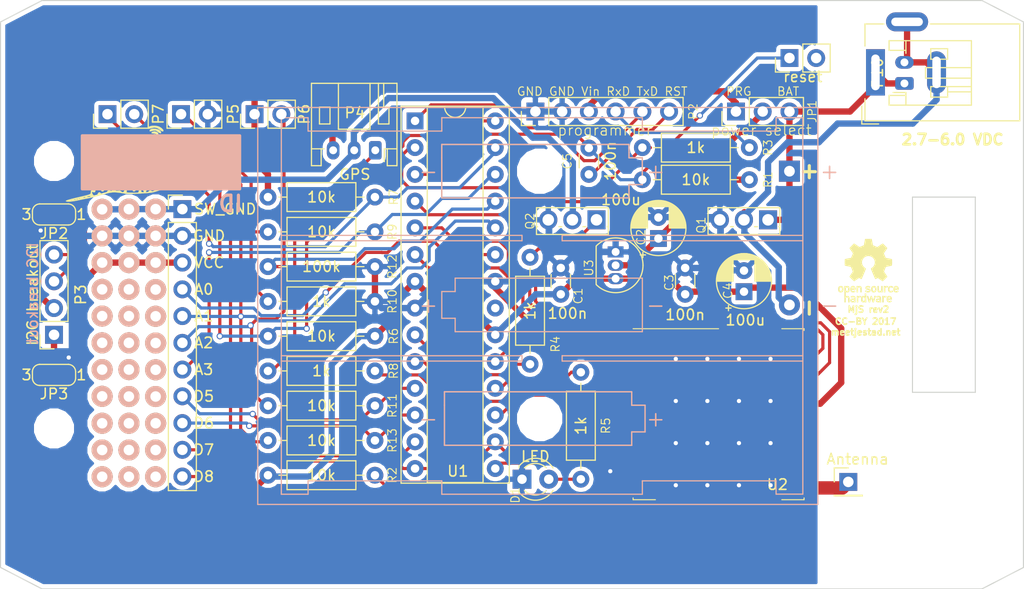
<source format=kicad_pcb>
(kicad_pcb (version 20171130) (host pcbnew 6.0.0-rc1-unknown-0769b04~84~ubuntu16.04.1)
  (title_block (title "Meetplatform Meet je stad!") (rev 2) (company "Universiteit Amersfoort") (comment 1 "Powered by 3xAlkaline, 3xNiMH, 1xLiPo or 5V DC") (comment 2 "Arduino UNO and LoRaWAN compatible"))
  (layers (0 F.Cu signal) (31 B.Cu signal) (36 B.SilkS user) (37 F.SilkS user) (38 B.Mask user) (39 F.Mask user) (44 Edge.Cuts user))
  (net 0 "")
  (net 1 "Net-(AE1-Pad1)")
  (net 2 VCC)
  (net 3 GND)
  (net 4 "Net-(C5-Pad1)")
  (net 5 RST)
  (net 6 "Net-(D1-Pad2)")
  (net 7 "Net-(JP1-Pad1)")
  (net 8 "Net-(P2-Pad4)")
  (net 9 TXD)
  (net 10 SDA)
  (net 11 SCL)
  (net 12 D8)
  (net 13 "Net-(P5-Pad1)")
  (net 14 A2)
  (net 15 A1)
  (net 16 D7)
  (net 17 X1)
  (net 18 RXD)
  (net 19 X2)
  (net 20 A3)
  (net 21 D5)
  (net 22 D6)
  (net 23 A0)
  (net 24 "Net-(U2-Pad7)")
  (net 25 "Net-(U2-Pad11)")
  (net 26 "Net-(U2-Pad12)")
  (net 27 SW_GND)
  (net 28 "Net-(Q2-Pad1)")
  (net 29 "Net-(U1-Pad21)")
  (net 30 -BATT)
  (net 31 +BATT)
  (net 32 D10)
  (net 33 D9)
  (net 34 MOSI)
  (net 35 D2)
  (net 36 MISO)
  (net 37 D3)
  (net 38 SCK)
  (net 39 D4)
  (net 40 "Net-(P4-Pad1)")
  (net 41 VIN)
  (net 42 "Net-(JP2-Pad2)")
  (net 43 "Net-(JP3-Pad2)")
  (module meetjestad:SolderJumper-3_P1.3mm_Bridged12_RoundedPad1.0x1.5mm_NumberLabels (layer F.Cu) (at 139.7 128.27 180)
    (fp_text reference JP3 (at 0 -1.8 180) (layer F.SilkS))
    (fp_text value V2)
    (fp_poly (pts (xy -0.4826 0.3048) (xy -0.4826 -0.3048) (xy -0.762 -0.3048) (xy -0.762 0.3048)) (layer F.Cu) (width 0))
    (fp_text user 3 (at 2.6 0 180) (layer F.SilkS))
    (fp_text user 1 (at -2.6 0 180) (layer F.SilkS))
    (pad 1 smd custom (at -1.3 0 180) (size 1 0.5) (layers F.Cu F.Mask) (net 3 GND) (options (clearance outline) (anchor rect)) (primitives (gr_circle (center 0 0.25) (end 0.5 0.25) (width 0)) (gr_circle (center 0 -0.25) (end 0.5 -0.25) (width 0)) (gr_poly (pts (xy 0.55 -0.75) (xy 0 -0.75) (xy 0 0.75) (xy 0.55 0.75)) (width 0))))
    (pad 3 smd custom (at 1.3 0 180) (size 1 0.5) (layers F.Cu F.Mask) (net 2 VCC) (options (clearance outline) (anchor rect)) (primitives (gr_circle (center 0 0.25) (end 0.5 0.25) (width 0)) (gr_circle (center 0 -0.25) (end 0.5 -0.25) (width 0)) (gr_poly (pts (xy -0.55 -0.75) (xy 0 -0.75) (xy 0 0.75) (xy -0.55 0.75)) (width 0))))
    (pad 2 smd rect (at 0 0 180) (size 1 1.5) (layers F.Cu F.Mask) (net 43 "Net-(JP3-Pad2)"))
  )
  (module meetjestad:SolderJumper-3_P1.3mm_Bridged12_RoundedPad1.0x1.5mm_NumberLabels (layer F.Cu) (at 139.7 113.03 180)
    (fp_text reference JP2 (at 0 -1.8 180) (layer F.SilkS))
    (fp_text value V1)
    (fp_poly (pts (xy -0.4826 0.3048) (xy -0.4826 -0.3048) (xy -0.762 -0.3048) (xy -0.762 0.3048)) (layer F.Cu) (width 0))
    (fp_text user 3 (at 2.6 0 180) (layer F.SilkS))
    (fp_text user 1 (at -2.6 0 180) (layer F.SilkS))
    (pad 1 smd custom (at -1.3 0 180) (size 1 0.5) (layers F.Cu F.Mask) (net 2 VCC) (options (clearance outline) (anchor rect)) (primitives (gr_circle (center 0 0.25) (end 0.5 0.25) (width 0)) (gr_circle (center 0 -0.25) (end 0.5 -0.25) (width 0)) (gr_poly (pts (xy 0.55 -0.75) (xy 0 -0.75) (xy 0 0.75) (xy 0.55 0.75)) (width 0))))
    (pad 3 smd custom (at 1.3 0 180) (size 1 0.5) (layers F.Cu F.Mask) (net 3 GND) (options (clearance outline) (anchor rect)) (primitives (gr_circle (center 0 0.25) (end 0.5 0.25) (width 0)) (gr_circle (center 0 -0.25) (end 0.5 -0.25) (width 0)) (gr_poly (pts (xy -0.55 -0.75) (xy 0 -0.75) (xy 0 0.75) (xy -0.55 0.75)) (width 0))))
    (pad 2 smd rect (at 0 0 180) (size 1 1.5) (layers F.Cu F.Mask) (net 42 "Net-(JP2-Pad2)"))
  )
  (module meetjestad:perf (layer F.Cu) (at 149.352 115.062)
    (fp_text reference "" hide)
    (fp_text value "" hide)
    (pad perf thru_hole circle (at 0 0) (size 2 2) (drill 1) (layers *.Cu *.SilkS *.Mask) (net 3 GND))
  )
  (module meetjestad:perf (layer F.Cu) (at 144.272 115.062)
    (fp_text reference "" hide)
    (fp_text value "" hide)
    (pad perf thru_hole circle (at 0 0) (size 2 2) (drill 1) (layers *.Cu *.SilkS *.Mask) (net 3 GND))
  )
  (module meetjestad:perf (layer F.Cu) (at 149.352 127.779629)
    (fp_text reference "" hide)
    (fp_text value "" hide)
    (pad perf thru_hole circle (at 0 0) (size 2 2) (drill 1) (layers *.Cu *.SilkS *.Mask))
  )
  (module meetjestad:perf (layer F.Cu) (at 149.352 132.859629)
    (fp_text reference "" hide)
    (fp_text value "" hide)
    (pad perf thru_hole circle (at 0 0) (size 2 2) (drill 1) (layers *.Cu *.SilkS *.Mask))
  )
  (module meetjestad:perf (layer F.Cu) (at 146.812 137.939629)
    (fp_text reference "" hide)
    (fp_text value "" hide)
    (pad perf thru_hole circle (at 0 0) (size 2 2) (drill 1) (layers *.Cu *.SilkS *.Mask))
  )
  (module meetjestad:perf (layer F.Cu) (at 144.272 135.399629)
    (fp_text reference "" hide)
    (fp_text value "" hide)
    (pad perf thru_hole circle (at 0 0) (size 2 2) (drill 1) (layers *.Cu *.SilkS *.Mask))
  )
  (module meetjestad:perf (layer F.Cu) (at 149.352 135.399629)
    (fp_text reference "" hide)
    (fp_text value "" hide)
    (pad perf thru_hole circle (at 0 0) (size 2 2) (drill 1) (layers *.Cu *.SilkS *.Mask))
  )
  (module meetjestad:perf (layer F.Cu) (at 149.352 137.939629)
    (fp_text reference "" hide)
    (fp_text value "" hide)
    (pad perf thru_hole circle (at 0 0) (size 2 2) (drill 1) (layers *.Cu *.SilkS *.Mask))
  )
  (module meetjestad:perf (layer F.Cu) (at 149.352 130.319629)
    (fp_text reference "" hide)
    (fp_text value "" hide)
    (pad perf thru_hole circle (at 0 0) (size 2 2) (drill 1) (layers *.Cu *.SilkS *.Mask))
  )
  (module meetjestad:perf (layer F.Cu) (at 144.272 127.762)
    (fp_text reference "" hide)
    (fp_text value "" hide)
    (pad perf thru_hole circle (at 0 0) (size 2 2) (drill 1) (layers *.Cu *.SilkS *.Mask))
  )
  (module meetjestad:perf (layer F.Cu) (at 146.812 135.399629)
    (fp_text reference "" hide)
    (fp_text value "" hide)
    (pad perf thru_hole circle (at 0 0) (size 2 2) (drill 1) (layers *.Cu *.SilkS *.Mask))
  )
  (module meetjestad:perf (layer F.Cu) (at 149.352 122.699629)
    (fp_text reference "" hide)
    (fp_text value "" hide)
    (pad perf thru_hole circle (at 0 0) (size 2 2) (drill 1) (layers *.Cu *.SilkS *.Mask))
  )
  (module meetjestad:perf (layer F.Cu) (at 149.352 117.602)
    (fp_text reference "" hide)
    (fp_text value "" hide)
    (pad perf thru_hole circle (at 0 0) (size 2 2) (drill 1) (layers *.Cu *.SilkS *.Mask) (net 2 VCC))
  )
  (module meetjestad:perf (layer F.Cu) (at 146.812 122.682)
    (fp_text reference "" hide)
    (fp_text value "" hide)
    (pad perf thru_hole circle (at 0 0) (size 2 2) (drill 1) (layers *.Cu *.SilkS *.Mask))
  )
  (module meetjestad:perf (layer F.Cu) (at 146.812 115.062)
    (fp_text reference "" hide)
    (fp_text value "" hide)
    (pad perf thru_hole circle (at 0 0) (size 2 2) (drill 1) (layers *.Cu *.SilkS *.Mask) (net 3 GND))
  )
  (module meetjestad:perf (layer F.Cu) (at 146.812 120.142)
    (fp_text reference "" hide)
    (fp_text value "" hide)
    (pad perf thru_hole circle (at 0 0) (size 2 2) (drill 1) (layers *.Cu *.SilkS *.Mask))
  )
  (module meetjestad:perf (layer F.Cu) (at 144.272 117.602)
    (fp_text reference "" hide)
    (fp_text value "" hide)
    (pad perf thru_hole circle (at 0 0) (size 2 2) (drill 1) (layers *.Cu *.SilkS *.Mask) (net 2 VCC))
  )
  (module meetjestad:perf (layer F.Cu) (at 146.812 125.222)
    (fp_text reference "" hide)
    (fp_text value "" hide)
    (pad perf thru_hole circle (at 0 0) (size 2 2) (drill 1) (layers *.Cu *.SilkS *.Mask))
  )
  (module meetjestad:perf (layer F.Cu) (at 144.272 120.142)
    (fp_text reference "" hide)
    (fp_text value "" hide)
    (pad perf thru_hole circle (at 0 0) (size 2 2) (drill 1) (layers *.Cu *.SilkS *.Mask))
  )
  (module meetjestad:perf (layer F.Cu) (at 149.352 120.159629)
    (fp_text reference "" hide)
    (fp_text value "" hide)
    (pad perf thru_hole circle (at 0 0) (size 2 2) (drill 1) (layers *.Cu *.SilkS *.Mask))
  )
  (module meetjestad:perf (layer F.Cu) (at 146.812 117.602)
    (fp_text reference "" hide)
    (fp_text value "" hide)
    (pad perf thru_hole circle (at 0 0) (size 2 2) (drill 1) (layers *.Cu *.SilkS *.Mask) (net 2 VCC))
  )
  (module meetjestad:perf (layer F.Cu) (at 144.272 122.682)
    (fp_text reference "" hide)
    (fp_text value "" hide)
    (pad perf thru_hole circle (at 0 0) (size 2 2) (drill 1) (layers *.Cu *.SilkS *.Mask))
  )
  (module meetjestad:perf (layer F.Cu) (at 146.812 132.859629)
    (fp_text reference "" hide)
    (fp_text value "" hide)
    (pad perf thru_hole circle (at 0 0) (size 2 2) (drill 1) (layers *.Cu *.SilkS *.Mask))
  )
  (module meetjestad:perf (layer F.Cu) (at 144.272 130.302)
    (fp_text reference "" hide)
    (fp_text value "" hide)
    (pad perf thru_hole circle (at 0 0) (size 2 2) (drill 1) (layers *.Cu *.SilkS *.Mask))
  )
  (module meetjestad:perf (layer F.Cu) (at 146.812 127.762)
    (fp_text reference "" hide)
    (fp_text value "" hide)
    (pad perf thru_hole circle (at 0 0) (size 2 2) (drill 1) (layers *.Cu *.SilkS *.Mask))
  )
  (module meetjestad:perf (layer F.Cu) (at 144.272 125.222)
    (fp_text reference "" hide)
    (fp_text value "" hide)
    (pad perf thru_hole circle (at 0 0) (size 2 2) (drill 1) (layers *.Cu *.SilkS *.Mask))
  )
  (module meetjestad:perf (layer F.Cu) (at 144.272 112.539629)
    (fp_text reference "" hide)
    (fp_text value "" hide)
    (pad perf thru_hole circle (at 0 0) (size 2 2) (drill 1) (layers *.Cu *.SilkS *.Mask) (net 27 SW_GND))
  )
  (module meetjestad:perf (layer F.Cu) (at 144.272 132.859629)
    (fp_text reference "" hide)
    (fp_text value "" hide)
    (pad perf thru_hole circle (at 0 0) (size 2 2) (drill 1) (layers *.Cu *.SilkS *.Mask))
  )
  (module meetjestad:perf (layer F.Cu) (at 144.272 137.939629)
    (fp_text reference "" hide)
    (fp_text value "" hide)
    (pad perf thru_hole circle (at 0 0) (size 2 2) (drill 1) (layers *.Cu *.SilkS *.Mask))
  )
  (module meetjestad:perf (layer F.Cu) (at 146.812 112.522)
    (fp_text reference "" hide)
    (fp_text value "" hide)
    (pad perf thru_hole circle (at 0 0) (size 2 2) (drill 1) (layers *.Cu *.SilkS *.Mask) (net 27 SW_GND))
  )
  (module meetjestad:perf (layer F.Cu) (at 149.352 112.522)
    (fp_text reference "" hide)
    (fp_text value "" hide)
    (pad perf thru_hole circle (at 0 0) (size 2 2) (drill 1) (layers *.Cu *.SilkS *.Mask) (net 27 SW_GND))
  )
  (module meetjestad:perf (layer F.Cu) (at 149.352 125.239629)
    (fp_text reference "" hide)
    (fp_text value "" hide)
    (pad perf thru_hole circle (at 0 0) (size 2 2) (drill 1) (layers *.Cu *.SilkS *.Mask))
  )
  (module meetjestad:perf (layer F.Cu) (at 146.812 130.319629)
    (fp_text reference "" hide)
    (fp_text value "" hide)
    (pad perf thru_hole circle (at 0 0) (size 2 2) (drill 1) (layers *.Cu *.SilkS *.Mask))
  )
  (module MountingHole:MountingHole_3mm (layer F.Cu) (at 139.7 133.35)
    (fp_text reference H2 hide)
    (fp_text value MountingHole hide)
    (pad 1 np_thru_hole circle (at 0 0) (size 3 3) (drill 3) (layers *.Cu *.Mask))
  )
  (module MountingHole:MountingHole_3mm (layer F.Cu) (at 215.9 107.95)
    (fp_text reference H3 hide)
    (fp_text value MountingHole hide)
    (pad 1 np_thru_hole circle (at 0 0) (size 3 3) (drill 3) (layers *.Cu *.Mask))
  )
  (module MountingHole:MountingHole_3mm (layer F.Cu) (at 215.9 133.35)
    (fp_text reference H4 hide)
    (fp_text value MountingHole hide)
    (pad 1 np_thru_hole circle (at 0 0) (size 3 3) (drill 3) (layers *.Cu *.Mask))
  )
  (module MountingHole:MountingHole_3mm (layer F.Cu) (at 139.7 107.95)
    (fp_text reference H1 hide)
    (fp_text value MountingHole)
    (pad 1 np_thru_hole circle (at 0 0) (size 3 3) (drill 3) (layers *.Cu *.Mask))
  )
  (module Symbol:OSHW-Logo_5.7x6mm_SilkScreen (layer F.Cu) (at 217.043 118.364)
    (fp_text reference LOGO1 hide)
    (fp_text value "Open source hardware" hide)
  )
  (module Package_DIP:DIP-28_W7.62mm_Socket (layer F.Cu) (at 173.99 104.14)
    (fp_text reference U1 (at 4.064 33.274) (layer F.SilkS))
    (fp_text value ATMEGA328P)
    (pad 1 thru_hole rect (at 0 0) (size 1.6 1.6) (drill 0.8) (layers *.Cu *.Mask) (net 5 RST))
    (pad 15 thru_hole oval (at 7.62 33.02) (size 1.6 1.6) (drill 0.8) (layers *.Cu *.Mask) (net 33 D9))
    (pad 2 thru_hole oval (at 0 2.54) (size 1.6 1.6) (drill 0.8) (layers *.Cu *.Mask) (net 18 RXD))
    (pad 16 thru_hole oval (at 7.62 30.48) (size 1.6 1.6) (drill 0.8) (layers *.Cu *.Mask) (net 32 D10))
    (pad 3 thru_hole oval (at 0 5.08) (size 1.6 1.6) (drill 0.8) (layers *.Cu *.Mask) (net 9 TXD))
    (pad 17 thru_hole oval (at 7.62 27.94) (size 1.6 1.6) (drill 0.8) (layers *.Cu *.Mask) (net 34 MOSI))
    (pad 4 thru_hole oval (at 0 7.62) (size 1.6 1.6) (drill 0.8) (layers *.Cu *.Mask) (net 35 D2))
    (pad 18 thru_hole oval (at 7.62 25.4) (size 1.6 1.6) (drill 0.8) (layers *.Cu *.Mask) (net 36 MISO))
    (pad 5 thru_hole oval (at 0 10.16) (size 1.6 1.6) (drill 0.8) (layers *.Cu *.Mask) (net 37 D3))
    (pad 19 thru_hole oval (at 7.62 22.86) (size 1.6 1.6) (drill 0.8) (layers *.Cu *.Mask) (net 38 SCK))
    (pad 6 thru_hole oval (at 0 12.7) (size 1.6 1.6) (drill 0.8) (layers *.Cu *.Mask) (net 39 D4))
    (pad 20 thru_hole oval (at 7.62 20.32) (size 1.6 1.6) (drill 0.8) (layers *.Cu *.Mask) (net 2 VCC))
    (pad 7 thru_hole oval (at 0 15.24) (size 1.6 1.6) (drill 0.8) (layers *.Cu *.Mask) (net 2 VCC))
    (pad 21 thru_hole oval (at 7.62 17.78) (size 1.6 1.6) (drill 0.8) (layers *.Cu *.Mask) (net 29 "Net-(U1-Pad21)"))
    (pad 8 thru_hole oval (at 0 17.78) (size 1.6 1.6) (drill 0.8) (layers *.Cu *.Mask) (net 3 GND))
    (pad 22 thru_hole oval (at 7.62 15.24) (size 1.6 1.6) (drill 0.8) (layers *.Cu *.Mask) (net 3 GND))
    (pad 9 thru_hole oval (at 0 20.32) (size 1.6 1.6) (drill 0.8) (layers *.Cu *.Mask) (net 17 X1))
    (pad 23 thru_hole oval (at 7.62 12.7) (size 1.6 1.6) (drill 0.8) (layers *.Cu *.Mask) (net 23 A0))
    (pad 10 thru_hole oval (at 0 22.86) (size 1.6 1.6) (drill 0.8) (layers *.Cu *.Mask) (net 19 X2))
    (pad 24 thru_hole oval (at 7.62 10.16) (size 1.6 1.6) (drill 0.8) (layers *.Cu *.Mask) (net 15 A1))
    (pad 11 thru_hole oval (at 0 25.4) (size 1.6 1.6) (drill 0.8) (layers *.Cu *.Mask) (net 21 D5))
    (pad 25 thru_hole oval (at 7.62 7.62) (size 1.6 1.6) (drill 0.8) (layers *.Cu *.Mask) (net 14 A2))
    (pad 12 thru_hole oval (at 0 27.94) (size 1.6 1.6) (drill 0.8) (layers *.Cu *.Mask) (net 22 D6))
    (pad 26 thru_hole oval (at 7.62 5.08) (size 1.6 1.6) (drill 0.8) (layers *.Cu *.Mask) (net 20 A3))
    (pad 13 thru_hole oval (at 0 30.48) (size 1.6 1.6) (drill 0.8) (layers *.Cu *.Mask) (net 16 D7))
    (pad 27 thru_hole oval (at 7.62 2.54) (size 1.6 1.6) (drill 0.8) (layers *.Cu *.Mask) (net 10 SDA))
    (pad 14 thru_hole oval (at 0 33.02) (size 1.6 1.6) (drill 0.8) (layers *.Cu *.Mask) (net 12 D8))
    (pad 28 thru_hole oval (at 7.62 0) (size 1.6 1.6) (drill 0.8) (layers *.Cu *.Mask) (net 11 SCL))
  )
  (module Resistor_THT:R_Axial_DIN0207_L6.3mm_D2.5mm_P10.16mm_Horizontal (layer F.Cu) (at 160.02 127.889)
    (fp_text reference R8 (at 11.938 0 90) (layer F.SilkS) (effects (font (size 0.8 0.8) (thickness 0.1))))
    (fp_text value 1k (at 5.08 0) (layer F.SilkS))
    (pad 2 thru_hole oval (at 10.16 0) (size 1.6 1.6) (drill 0.8) (layers *.Cu *.Mask) (net 12 D8))
    (pad 1 thru_hole circle (at 0 0) (size 1.6 1.6) (drill 0.8) (layers *.Cu *.Mask) (net 40 "Net-(P4-Pad1)"))
  )
  (module Resistor_THT:R_Axial_DIN0207_L6.3mm_D2.5mm_P10.16mm_Horizontal (layer F.Cu) (at 205.74 109.728 180)
    (fp_text reference R1 (at -1.778 0 270) (layer F.SilkS) (effects (font (size 0.8 0.8) (thickness 0.1))))
    (fp_text value 10k (at 5.08 0 180) (layer F.SilkS))
    (pad 1 thru_hole circle (at 0 0 180) (size 1.6 1.6) (drill 0.8) (layers *.Cu *.Mask) (net 2 VCC))
    (pad 2 thru_hole oval (at 10.16 0 180) (size 1.6 1.6) (drill 0.8) (layers *.Cu *.Mask) (net 5 RST))
  )
  (module Resistor_THT:R_Axial_DIN0207_L6.3mm_D2.5mm_P10.16mm_Horizontal (layer F.Cu) (at 160.02 137.795)
    (fp_text reference R2 (at 11.811 0 90) (layer F.SilkS) (effects (font (size 0.8 0.8) (thickness 0.1))))
    (fp_text value 10k (at 5.08 0) (layer F.SilkS))
    (pad 2 thru_hole oval (at 10.16 0) (size 1.6 1.6) (drill 0.8) (layers *.Cu *.Mask) (net 32 D10))
    (pad 1 thru_hole circle (at 0 0) (size 1.6 1.6) (drill 0.8) (layers *.Cu *.Mask) (net 2 VCC))
  )
  (module Resistor_THT:R_Axial_DIN0207_L6.3mm_D2.5mm_P10.16mm_Horizontal (layer F.Cu) (at 205.74 106.68 180)
    (fp_text reference R3 (at -1.778 0 270) (layer F.SilkS) (effects (font (size 0.8 0.8) (thickness 0.1))))
    (fp_text value 1k (at 5.08 0 180) (layer F.SilkS))
    (pad 2 thru_hole oval (at 10.16 0 180) (size 1.6 1.6) (drill 0.8) (layers *.Cu *.Mask) (net 18 RXD))
    (pad 1 thru_hole circle (at 0 0 180) (size 1.6 1.6) (drill 0.8) (layers *.Cu *.Mask) (net 8 "Net-(P2-Pad4)"))
  )
  (module Resistor_THT:R_Axial_DIN0207_L6.3mm_D2.5mm_P10.16mm_Horizontal (layer F.Cu) (at 184.912 117.094 270)
    (fp_text reference R4 (at 8.255 -2.413 270) (layer F.SilkS) (effects (font (size 0.8 0.8) (thickness 0.1))))
    (fp_text value 1k (at 5.08 0 270) (layer F.SilkS))
    (pad 2 thru_hole oval (at 10.16 0 270) (size 1.6 1.6) (drill 0.8) (layers *.Cu *.Mask) (net 17 X1))
    (pad 1 thru_hole circle (at 0 0 270) (size 1.6 1.6) (drill 0.8) (layers *.Cu *.Mask) (net 28 "Net-(Q2-Pad1)"))
  )
  (module Resistor_THT:R_Axial_DIN0207_L6.3mm_D2.5mm_P10.16mm_Horizontal (layer F.Cu) (at 189.738 128.016 270)
    (fp_text reference R5 (at 5.08 -2.37 270) (layer F.SilkS) (effects (font (size 0.8 0.8) (thickness 0.1))))
    (fp_text value 1k (at 5.08 0 270) (layer F.SilkS))
    (pad 2 thru_hole oval (at 10.16 0 270) (size 1.6 1.6) (drill 0.8) (layers *.Cu *.Mask) (net 6 "Net-(D1-Pad2)"))
    (pad 1 thru_hole circle (at 0 0 270) (size 1.6 1.6) (drill 0.8) (layers *.Cu *.Mask) (net 19 X2))
  )
  (module Resistor_THT:R_Axial_DIN0207_L6.3mm_D2.5mm_P10.16mm_Horizontal (layer F.Cu) (at 170.18 124.587 180)
    (fp_text reference R6 (at -1.778 0 270) (layer F.SilkS) (effects (font (size 0.8 0.8) (thickness 0.1))))
    (fp_text value 10k (at 5.08 0 180) (layer F.SilkS))
    (pad 2 thru_hole oval (at 10.16 0 180) (size 1.6 1.6) (drill 0.8) (layers *.Cu *.Mask) (net 11 SCL))
    (pad 1 thru_hole circle (at 0 0 180) (size 1.6 1.6) (drill 0.8) (layers *.Cu *.Mask) (net 2 VCC))
  )
  (module Resistor_THT:R_Axial_DIN0207_L6.3mm_D2.5mm_P10.16mm_Horizontal (layer F.Cu) (at 160.02 111.379)
    (fp_text reference R7 (at 11.938 0 90) (layer F.SilkS) (effects (font (size 0.8 0.8) (thickness 0.1))))
    (fp_text value 10k (at 5.08 0) (layer F.SilkS))
    (pad 2 thru_hole oval (at 10.16 0) (size 1.6 1.6) (drill 0.8) (layers *.Cu *.Mask) (net 10 SDA))
    (pad 1 thru_hole circle (at 0 0) (size 1.6 1.6) (drill 0.8) (layers *.Cu *.Mask) (net 2 VCC))
  )
  (module Resistor_THT:R_Axial_DIN0207_L6.3mm_D2.5mm_P10.16mm_Horizontal (layer F.Cu) (at 160.02 114.681)
    (fp_text reference R9 (at 11.811 0 90) (layer F.SilkS) (effects (font (size 0.8 0.8) (thickness 0.1))))
    (fp_text value 10k (at 5.08 0) (layer F.SilkS))
    (pad 2 thru_hole oval (at 10.16 0) (size 1.6 1.6) (drill 0.8) (layers *.Cu *.Mask) (net 20 A3))
    (pad 1 thru_hole circle (at 0 0) (size 1.6 1.6) (drill 0.8) (layers *.Cu *.Mask) (net 13 "Net-(P5-Pad1)"))
  )
  (module Resistor_THT:R_Axial_DIN0207_L6.3mm_D2.5mm_P10.16mm_Horizontal (layer F.Cu) (at 160.02 121.285)
    (fp_text reference R10 (at 11.811 0 90) (layer F.SilkS) (effects (font (size 0.8 0.8) (thickness 0.1))))
    (fp_text value 1k (at 5.08 0) (layer F.SilkS))
    (pad 2 thru_hole oval (at 10.16 0) (size 1.6 1.6) (drill 0.8) (layers *.Cu *.Mask) (net 3 GND))
    (pad 1 thru_hole circle (at 0 0) (size 1.6 1.6) (drill 0.8) (layers *.Cu *.Mask) (net 13 "Net-(P5-Pad1)"))
  )
  (module Resistor_THT:R_Axial_DIN0207_L6.3mm_D2.5mm_P10.16mm_Horizontal (layer F.Cu) (at 160.02 131.191)
    (fp_text reference R11 (at 11.811 0 90) (layer F.SilkS) (effects (font (size 0.8 0.8) (thickness 0.1))))
    (fp_text value 10k (at 5.08 0) (layer F.SilkS))
    (pad 2 thru_hole oval (at 10.16 0) (size 1.6 1.6) (drill 0.8) (layers *.Cu *.Mask) (net 21 D5))
    (pad 1 thru_hole circle (at 0 0) (size 1.6 1.6) (drill 0.8) (layers *.Cu *.Mask) (net 14 A2))
  )
  (module Resistor_THT:R_Axial_DIN0207_L6.3mm_D2.5mm_P10.16mm_Horizontal (layer F.Cu) (at 160.02 117.983)
    (fp_text reference R12 (at 11.811 0 90) (layer F.SilkS) (effects (font (size 0.8 0.8) (thickness 0.1))))
    (fp_text value 100k (at 5.08 0) (layer F.SilkS))
    (pad 2 thru_hole oval (at 10.16 0) (size 1.6 1.6) (drill 0.8) (layers *.Cu *.Mask) (net 3 GND))
    (pad 1 thru_hole circle (at 0 0) (size 1.6 1.6) (drill 0.8) (layers *.Cu *.Mask) (net 14 A2))
  )
  (module Resistor_THT:R_Axial_DIN0207_L6.3mm_D2.5mm_P10.16mm_Horizontal (layer F.Cu) (at 160.02 134.493)
    (fp_text reference R13 (at 11.811 0 90) (layer F.SilkS) (effects (font (size 0.8 0.8) (thickness 0.1))))
    (fp_text value 10k (at 5.08 0) (layer F.SilkS))
    (pad 2 thru_hole oval (at 10.16 0) (size 1.6 1.6) (drill 0.8) (layers *.Cu *.Mask) (net 22 D6))
    (pad 1 thru_hole circle (at 0 0) (size 1.6 1.6) (drill 0.8) (layers *.Cu *.Mask) (net 15 A1))
  )
  (module Package_TO_SOT_THT:TO-92_Inline (layer F.Cu) (at 193.04 116.586 270)
    (fp_text reference U3 (at 1.524 2.54 270) (layer F.SilkS) (effects (font (size 0.8 0.8) (thickness 0.1))))
    (fp_text value MCP1700-3302)
    (pad 1 thru_hole rect (at 0 0 270) (size 1.05 1.5) (drill 0.75) (layers *.Cu *.Mask) (net 3 GND))
    (pad 3 thru_hole oval (at 2.54 0 270) (size 1.05 1.5) (drill 0.75) (layers *.Cu *.Mask) (net 2 VCC))
    (pad 2 thru_hole oval (at 1.27 0 270) (size 1.05 1.5) (drill 0.75) (layers *.Cu *.Mask) (net 41 VIN))
  )
  (module meetjestad:mjs (layer F.Cu) (at 148.717 108.204)
    (fp_text reference LOGO2 hide)
    (fp_text value "MJS Logo" hide)
  )
  (module Connector_PinHeader_2.54mm:PinHeader_1x01_P2.54mm_Vertical (layer F.Cu) (at 215.138 138.43)
    (fp_text reference AE1 hide)
    (fp_text value Antenna (at 0.889 -2.159) (layer F.SilkS))
    (pad 1 thru_hole rect (at 0 0) (size 1.7 1.7) (drill 1) (layers *.Cu *.Mask) (net 1 "Net-(AE1-Pad1)"))
  )
  (module Capacitor_THT:C_Disc_D3.0mm_W1.6mm_P2.50mm (layer F.Cu) (at 187.833 120.61 90)
    (fp_text reference C1 (at -0.167 1.651 90) (layer F.SilkS) (effects (font (size 0.8 0.8) (thickness 0.1))))
    (fp_text value 100n (at -1.818 0.635 180) (layer F.SilkS))
    (pad 1 thru_hole circle (at 0 0 90) (size 1.6 1.6) (drill 0.8) (layers *.Cu *.Mask) (net 2 VCC))
    (pad 2 thru_hole circle (at 2.5 0 90) (size 1.6 1.6) (drill 0.8) (layers *.Cu *.Mask) (net 3 GND))
  )
  (module Capacitor_THT:CP_Radial_D5.0mm_P2.00mm (layer F.Cu) (at 197.104 115.316 90)
    (fp_text reference C2 (at 0.127 -1.651 90) (layer F.SilkS) (effects (font (size 0.8 0.8) (thickness 0.1))))
    (fp_text value 100u (at 3.683 -3.556 180) (layer F.SilkS))
    (pad 1 thru_hole rect (at 0 0 90) (size 1.6 1.6) (drill 0.8) (layers *.Cu *.Mask) (net 41 VIN))
    (pad 2 thru_hole circle (at 2 0 90) (size 1.6 1.6) (drill 0.8) (layers *.Cu *.Mask) (net 3 GND))
  )
  (module Capacitor_THT:C_Disc_D3.0mm_W1.6mm_P2.50mm (layer F.Cu) (at 199.644 120.61 90)
    (fp_text reference C3 (at 1.103 -1.524 90) (layer F.SilkS) (effects (font (size 0.8 0.8) (thickness 0.1))))
    (fp_text value 100n (at -1.945 0 180) (layer F.SilkS))
    (pad 1 thru_hole circle (at 0 0 90) (size 1.6 1.6) (drill 0.8) (layers *.Cu *.Mask) (net 2 VCC))
    (pad 2 thru_hole circle (at 2.5 0 90) (size 1.6 1.6) (drill 0.8) (layers *.Cu *.Mask) (net 3 GND))
  )
  (module Capacitor_THT:CP_Radial_D5.0mm_P2.00mm (layer F.Cu) (at 205.232 120.364 90)
    (fp_text reference C4 (at 0.095 -1.524 90) (layer F.SilkS) (effects (font (size 0.8 0.8) (thickness 0.1))))
    (fp_text value 100u (at -2.699 0.127 180) (layer F.SilkS))
    (pad 2 thru_hole circle (at 2 0 90) (size 1.6 1.6) (drill 0.8) (layers *.Cu *.Mask) (net 3 GND))
    (pad 1 thru_hole rect (at 0 0 90) (size 1.6 1.6) (drill 0.8) (layers *.Cu *.Mask) (net 2 VCC))
  )
  (module Capacitor_THT:C_Disc_D3.0mm_W1.6mm_P2.50mm (layer F.Cu) (at 190.5 109.22 90)
    (fp_text reference C5 (at 1.25 -2.05 90) (layer F.SilkS) (effects (font (size 0.8 0.8) (thickness 0.1))))
    (fp_text value 100n (at 1.25 2.05 90) (layer F.SilkS))
    (pad 2 thru_hole circle (at 2.5 0 90) (size 1.6 1.6) (drill 0.8) (layers *.Cu *.Mask) (net 5 RST))
    (pad 1 thru_hole circle (at 0 0 90) (size 1.6 1.6) (drill 0.8) (layers *.Cu *.Mask) (net 4 "Net-(C5-Pad1)"))
  )
  (module LED_THT:LED_D3.0mm (layer F.Cu) (at 184.15 138.176)
    (fp_text reference D1 (at -0.635 1.524 90) (layer F.SilkS) (effects (font (size 0.8 0.8) (thickness 0.1))))
    (fp_text value LED (at 1.27 -2.159) (layer F.SilkS))
    (pad 1 thru_hole rect (at 0 0) (size 1.8 1.8) (drill 0.9) (layers *.Cu *.Mask) (net 3 GND))
    (pad 2 thru_hole circle (at 2.54 0) (size 1.8 1.8) (drill 0.9) (layers *.Cu *.Mask) (net 6 "Net-(D1-Pad2)"))
  )
  (module Connector_BarrelJack:BarrelJack_Wuerth_6941xx301002 (layer F.Cu) (at 217.72118 99.53498 90)
    (fp_text reference DC1 hide)
    (fp_text value "2.7 - 6.0 VDC")
    (pad 3 thru_hole oval (at 4.8 3 180) (size 4 1.8) (drill oval 3 0.8) (layers *.Cu *.Mask) (net 30 -BATT))
    (pad 2 thru_hole oval (at 0 5.8 90) (size 4 1.8) (drill oval 3 0.8) (layers *.Cu *.Mask) (net 30 -BATT))
    (pad 1 thru_hole rect (at 0 0 90) (size 4.4 1.8) (drill oval 3.4 0.8) (layers *.Cu *.Mask) (net 31 +BATT))
  )
  (module Battery:BatteryHolder_Keystone_2479_3xAAA (layer B.Cu) (at 209.55 108.92 180)
    (fp_text reference P1 hide)
    (fp_text value Batteries)
    (fp_text user + (at 12.7 0 180) (layer B.SilkS) (effects (font (size 1.5 1.5)) (justify mirror)))
    (fp_text user + (at 34.29 -12.7 180) (layer B.SilkS) (effects (font (size 1.5 1.5)) (justify mirror)))
    (fp_text user + (at 12.7 -23.495 180) (layer B.SilkS) (effects (font (size 1.5 1.5)) (justify mirror)))
    (fp_text user - (at 12.7 -12.7 180) (layer B.SilkS) (effects (font (size 1.5 1.5)) (justify mirror)))
    (fp_text user - (at 34.29 -23.495 180) (layer B.SilkS) (effects (font (size 1.5 1.5)) (justify mirror)))
    (fp_text user - (at 34.29 0 180) (layer B.SilkS) (effects (font (size 1.5 1.5)) (justify mirror)))
    (fp_text user - (at -3.81 -12.7 180) (layer B.SilkS) (effects (font (size 1.5 1.5)) (justify mirror)))
    (fp_text user + (at -3.81 0 180) (layer B.SilkS) (effects (font (size 1.5 1.5)) (justify mirror)))
    (pad 1 thru_hole rect (at 0 0 180) (size 2 2) (drill 1.02) (layers *.Cu *.Mask) (net 31 +BATT))
    (pad 2 thru_hole circle (at 0 -12.7 180) (size 2 2) (drill 1.02) (layers *.Cu *.Mask) (net 30 -BATT))
    (pad "" np_thru_hole circle (at 23.7236 -23.495 180) (size 3.5 3.5) (drill 3.5) (layers *.Cu *.Mask))
    (pad "" np_thru_hole circle (at 23.7236 0 180) (size 3.5 3.5) (drill 3.5) (layers *.Cu *.Mask))
  )
  (module Connector_PinSocket_2.54mm:PinSocket_1x04_P2.54mm_Vertical (layer F.Cu) (at 139.7 124.46 180)
    (fp_text reference P3 (at -2.54 3.81 270) (layer F.SilkS))
    (fp_text value "I2C breakout" (at 2.032 3.81 270) (layer F.SilkS))
    (pad 1 thru_hole rect (at 0 0 180) (size 1.7 1.7) (drill 1) (layers *.Cu *.Mask) (net 43 "Net-(JP3-Pad2)"))
    (pad 2 thru_hole oval (at 0 2.54 180) (size 1.7 1.7) (drill 1) (layers *.Cu *.Mask) (net 42 "Net-(JP2-Pad2)"))
    (pad 3 thru_hole oval (at 0 5.08 180) (size 1.7 1.7) (drill 1) (layers *.Cu *.Mask) (net 10 SDA))
    (pad 4 thru_hole oval (at 0 7.62 180) (size 1.7 1.7) (drill 1) (layers *.Cu *.Mask) (net 11 SCL))
  )
  (module Connector_JST:JST_PH_S3B-PH-K_1x03_P2.00mm_Horizontal (layer F.Cu) (at 170.21302 106.934 180)
    (fp_text reference P4 (at 1.93802 3.556 180) (layer F.SilkS))
    (fp_text value GPS (at 1.93802 -2.286 180) (layer F.SilkS))
    (pad 1 thru_hole roundrect (at 0 0 180) (size 1.2 1.75) (drill 0.75) (layers *.Cu *.Mask) (roundrect_rratio 0.208333) (net 40 "Net-(P4-Pad1)"))
    (pad 2 thru_hole oval (at 2 0 180) (size 1.2 1.75) (drill 0.75) (layers *.Cu *.Mask) (net 27 SW_GND))
    (pad 3 thru_hole oval (at 4 0 180) (size 1.2 1.75) (drill 0.75) (layers *.Cu *.Mask) (net 2 VCC))
  )
  (module Connector_PinHeader_2.54mm:PinHeader_1x02_P2.54mm_Vertical (layer F.Cu) (at 151.765 103.505 90)
    (fp_text reference P5 (at 0 4.953 90) (layer F.SilkS))
    (fp_text value piezo)
    (pad 1 thru_hole rect (at 0 0 90) (size 1.7 1.7) (drill 1) (layers *.Cu *.Mask) (net 13 "Net-(P5-Pad1)"))
    (pad 2 thru_hole oval (at 0 2.54 90) (size 1.7 1.7) (drill 1) (layers *.Cu *.Mask) (net 3 GND))
  )
  (module Connector_PinHeader_2.54mm:PinHeader_1x02_P2.54mm_Vertical (layer F.Cu) (at 158.75 103.505 90)
    (fp_text reference P6 (at 0 4.699 90) (layer F.SilkS))
    (fp_text value BPW34)
    (pad 1 thru_hole rect (at 0 0 90) (size 1.7 1.7) (drill 1) (layers *.Cu *.Mask) (net 2 VCC))
    (pad 2 thru_hole oval (at 0 2.54 90) (size 1.7 1.7) (drill 1) (layers *.Cu *.Mask) (net 14 A2))
  )
  (module Connector_PinHeader_2.54mm:PinHeader_1x02_P2.54mm_Vertical (layer F.Cu) (at 144.78 103.505 90)
    (fp_text reference P7 (at 0 4.826 90) (layer F.SilkS))
    (fp_text value electrodes)
    (pad 2 thru_hole oval (at 0 2.54 90) (size 1.7 1.7) (drill 1) (layers *.Cu *.Mask) (net 15 A1))
    (pad 1 thru_hole rect (at 0 0 90) (size 1.7 1.7) (drill 1) (layers *.Cu *.Mask) (net 16 D7))
  )
  (module Connector_PinHeader_2.54mm:PinHeader_1x11_P2.54mm_Vertical (layer F.Cu) (at 151.892 112.522)
    (fp_text reference P8 (at 0 -2.33) (layer F.SilkS))
    (fp_text value "perfboard breakout")
    (pad 1 thru_hole rect (at 0 0) (size 1.7 1.7) (drill 1) (layers *.Cu *.Mask) (net 27 SW_GND))
    (pad 2 thru_hole oval (at 0 2.54) (size 1.7 1.7) (drill 1) (layers *.Cu *.Mask) (net 3 GND))
    (pad 3 thru_hole oval (at 0 5.08) (size 1.7 1.7) (drill 1) (layers *.Cu *.Mask) (net 2 VCC))
    (pad 4 thru_hole oval (at 0 7.62) (size 1.7 1.7) (drill 1) (layers *.Cu *.Mask) (net 23 A0))
    (pad 5 thru_hole oval (at 0 10.16) (size 1.7 1.7) (drill 1) (layers *.Cu *.Mask) (net 15 A1))
    (pad 6 thru_hole oval (at 0 12.7) (size 1.7 1.7) (drill 1) (layers *.Cu *.Mask) (net 14 A2))
    (pad 7 thru_hole oval (at 0 15.24) (size 1.7 1.7) (drill 1) (layers *.Cu *.Mask) (net 20 A3))
    (pad 8 thru_hole oval (at 0 17.78) (size 1.7 1.7) (drill 1) (layers *.Cu *.Mask) (net 21 D5))
    (pad 9 thru_hole oval (at 0 20.32) (size 1.7 1.7) (drill 1) (layers *.Cu *.Mask) (net 22 D6))
    (pad 10 thru_hole oval (at 0 22.86) (size 1.7 1.7) (drill 1) (layers *.Cu *.Mask) (net 16 D7))
    (pad 11 thru_hole oval (at 0 25.4) (size 1.7 1.7) (drill 1) (layers *.Cu *.Mask) (net 12 D8))
  )
  (module Connector_PinHeader_2.54mm:PinHeader_1x02_P2.54mm_Vertical (layer F.Cu) (at 209.55 98.171 90)
    (fp_text reference P9 hide)
    (fp_text value reset (at -1.778 1.27 180) (layer F.SilkS))
    (pad 2 thru_hole oval (at 0 2.54 90) (size 1.7 1.7) (drill 1) (layers *.Cu *.Mask) (net 3 GND))
    (pad 1 thru_hole rect (at 0 0 90) (size 1.7 1.7) (drill 1) (layers *.Cu *.Mask) (net 5 RST))
  )
  (module Connector_JST:JST_PH_S2B-PH-K_1x02_P2.00mm_Horizontal (layer F.Cu) (at 220.472 100.584 90)
    (fp_text reference P10 (at 1 -2.55 90) (layer F.SilkS))
    (fp_text value Lipo)
    (pad 1 thru_hole roundrect (at 0 0 90) (size 1.2 1.75) (drill 0.75) (layers *.Cu *.Mask) (roundrect_rratio 0.208333) (net 31 +BATT))
    (pad 2 thru_hole oval (at 2 0 90) (size 1.2 1.75) (drill 0.75) (layers *.Cu *.Mask) (net 30 -BATT))
  )
  (module Package_TO_SOT_THT:TO-251-3_Vertical (layer F.Cu) (at 207.518 113.538 180)
    (fp_text reference Q1 (at 6.35 -0.508 270) (layer F.SilkS) (effects (font (size 0.8 0.8) (thickness 0.1))))
    (fp_text value STU60N3LH5)
    (pad 3 thru_hole oval (at 4.58 0 180) (size 1.7175 1.8) (drill 1.1) (layers *.Cu *.Mask) (net 3 GND))
    (pad 2 thru_hole oval (at 2.29 0 180) (size 1.7175 1.8) (drill 1.1) (layers *.Cu *.Mask) (net 30 -BATT))
    (pad 1 thru_hole rect (at 0 0 180) (size 1.7175 1.8) (drill 1.1) (layers *.Cu *.Mask) (net 31 +BATT))
  )
  (module Package_TO_SOT_THT:TO-251-3_Vertical (layer F.Cu) (at 191.2239 113.538 180)
    (fp_text reference Q2 (at 6.3119 -0.127 270) (layer F.SilkS) (effects (font (size 0.8 0.8) (thickness 0.1))))
    (fp_text value STU60N3LH5)
    (pad 1 thru_hole rect (at 0 0 180) (size 1.7175 1.8) (drill 1.1) (layers *.Cu *.Mask) (net 28 "Net-(Q2-Pad1)"))
    (pad 2 thru_hole oval (at 2.29 0 180) (size 1.7175 1.8) (drill 1.1) (layers *.Cu *.Mask) (net 27 SW_GND))
    (pad 3 thru_hole oval (at 4.58 0 180) (size 1.7175 1.8) (drill 1.1) (layers *.Cu *.Mask) (net 3 GND))
  )
  (module RF_Module:HOPERF_RFM9XW_SMD (layer F.Cu) (at 202.82 132)
    (fp_text reference U2 (at 5.587 6.684) (layer F.SilkS))
    (fp_text value RFM95W)
    (pad 1 smd rect (at -8 -7) (size 2 1) (layers F.Cu F.Paste F.Mask) (net 3 GND))
    (pad 2 smd rect (at -8 -5) (size 2 1) (layers F.Cu F.Paste F.Mask) (net 36 MISO))
    (pad 3 smd rect (at -8 -3) (size 2 1) (layers F.Cu F.Paste F.Mask) (net 34 MOSI))
    (pad 4 smd rect (at -8 -1) (size 2 1) (layers F.Cu F.Paste F.Mask) (net 38 SCK))
    (pad 5 smd rect (at -8 1) (size 2 1) (layers F.Cu F.Paste F.Mask) (net 32 D10))
    (pad 6 smd rect (at -8 3) (size 2 1) (layers F.Cu F.Paste F.Mask) (net 33 D9))
    (pad 7 smd rect (at -8 5) (size 2 1) (layers F.Cu F.Paste F.Mask) (net 24 "Net-(U2-Pad7)"))
    (pad 8 smd rect (at -8 7) (size 2 1) (layers F.Cu F.Paste F.Mask) (net 3 GND))
    (pad 9 smd rect (at 8 7) (size 2 1) (layers F.Cu F.Paste F.Mask) (net 1 "Net-(AE1-Pad1)"))
    (pad 10 smd rect (at 8 5) (size 2 1) (layers F.Cu F.Paste F.Mask) (net 3 GND))
    (pad 11 smd rect (at 8 3) (size 2 1) (layers F.Cu F.Paste F.Mask) (net 25 "Net-(U2-Pad11)"))
    (pad 12 smd rect (at 8 1) (size 2 1) (layers F.Cu F.Paste F.Mask) (net 26 "Net-(U2-Pad12)"))
    (pad 13 smd rect (at 8 -1) (size 2 1) (layers F.Cu F.Paste F.Mask) (net 2 VCC))
    (pad 14 smd rect (at 8 -3) (size 2 1) (layers F.Cu F.Paste F.Mask) (net 35 D2))
    (pad 15 smd rect (at 8 -5) (size 2 1) (layers F.Cu F.Paste F.Mask) (net 37 D3))
    (pad 16 smd rect (at 8 -7) (size 2 1) (layers F.Cu F.Paste F.Mask) (net 39 D4))
  )
  (module Connector_PinHeader_2.54mm:PinHeader_1x03_P2.54mm_Vertical (layer F.Cu) (at 204.47 103.251 90)
    (fp_text reference JP1 (at 0 7.239 90) (layer F.SilkS) (effects (font (size 0.8 0.8) (thickness 0.1))))
    (fp_text value "power select")
    (pad 1 thru_hole rect (at 0 0 90) (size 1.7 1.7) (drill 1) (layers *.Cu *.Mask) (net 7 "Net-(JP1-Pad1)"))
    (pad 2 thru_hole oval (at 0 2.54 90) (size 1.7 1.7) (drill 1) (layers *.Cu *.Mask) (net 41 VIN))
    (pad 3 thru_hole oval (at 0 5.08 90) (size 1.7 1.7) (drill 1) (layers *.Cu *.Mask) (net 31 +BATT))
  )
  (module Connector_PinHeader_2.54mm:PinHeader_1x06_P2.54mm_Vertical (layer F.Cu) (at 185.42 103.251 90)
    (fp_text reference P2 (at 0 14.986 90) (layer F.SilkS) (effects (font (size 0.8 0.8) (thickness 0.1))))
    (fp_text value "serial breakout")
    (pad 1 thru_hole rect (at 0 0 90) (size 1.7 1.7) (drill 1) (layers *.Cu *.Mask) (net 3 GND))
    (pad 2 thru_hole oval (at 0 2.54 90) (size 1.7 1.7) (drill 1) (layers *.Cu *.Mask) (net 3 GND))
    (pad 3 thru_hole oval (at 0 5.08 90) (size 1.7 1.7) (drill 1) (layers *.Cu *.Mask) (net 7 "Net-(JP1-Pad1)"))
    (pad 4 thru_hole oval (at 0 7.62 90) (size 1.7 1.7) (drill 1) (layers *.Cu *.Mask) (net 8 "Net-(P2-Pad4)"))
    (pad 5 thru_hole oval (at 0 10.16 90) (size 1.7 1.7) (drill 1) (layers *.Cu *.Mask) (net 9 TXD))
    (pad 6 thru_hole oval (at 0 12.7 90) (size 1.7 1.7) (drill 1) (layers *.Cu *.Mask) (net 4 "Net-(C5-Pad1)"))
  )
  (gr_line (start 221.234 129.921) (end 221.234 111.379) (layer Edge.Cuts) (width 0.1))
  (gr_line (start 227.203 111.379) (end 227.203 129.921) (layer Edge.Cuts) (width 0.1))
  (gr_line (start 221.234 111.379) (end 227.203 111.379) (layer Edge.Cuts) (width 0.1))
  (gr_line (start 227.203 129.921) (end 221.234 129.921) (layer Edge.Cuts) (width 0.1))
  (gr_line (start 138.557 148.59) (end 134.62 146.558) (layer Edge.Cuts) (width 0.1))
  (gr_line (start 138.557 92.71) (end 134.62 94.742) (layer Edge.Cuts) (width 0.1))
  (gr_line (start 231.775 94.742) (end 227.838 92.71) (layer Edge.Cuts) (width 0.1))
  (gr_line (start 231.775 146.558) (end 227.838 148.59) (layer Edge.Cuts) (width 0.1))
  (gr_text "GND GND Vin RxD TxD RST" (at 191.77 101.346) (layer F.SilkS) (effects (font (size 0.8 0.8) (thickness 0.1))))
  (gr_text "PRG    BAT" (at 207.01 101.346) (layer F.SilkS) (effects (font (size 0.8 0.8) (thickness 0.1))))
  (gr_text "I2C breakout" (at 137.668 120.523 90) (layer B.SilkS) (effects (font (size 1 1)) (justify mirror)))
  (gr_line (start 227.838 148.59) (end 138.557 148.59) (layer Edge.Cuts) (width 0.1))
  (gr_line (start 231.775 94.742) (end 231.775 146.558) (layer Edge.Cuts) (width 0.1))
  (gr_line (start 138.557 92.71) (end 227.838 92.71) (layer Edge.Cuts) (width 0.1))
  (gr_line (start 134.62 146.558) (end 134.62 94.742) (layer Edge.Cuts) (width 0.1))
  (gr_text programmer (at 192.024 105.029) (layer F.SilkS) (effects (font (size 1 1) (thickness 0.1))))
  (gr_text "power select" (at 206.883 105.029) (layer F.SilkS) (effects (font (size 1 1) (thickness 0.1))))
  (gr_text SW_GND (at 155.956 112.522) (layer F.SilkS) (effects (font (size 1 1))))
  (gr_text "2.7-6.0 VDC" (at 225.044 105.918) (layer F.SilkS) (effects (font (size 1 1) (thickness 0.25))))
  (gr_text "MjS rev2" (at 217.043 122.047) (layer F.SilkS) (effects (font (size 0.6 0.6))))
  (gr_text meetjestad.net (at 216.789 124.206) (layer F.SilkS) (effects (font (size 0.6 0.6))))
  (gr_text ID (at 156.464 112.014) (layer B.SilkS) (effects (font (size 1.5 1.5) (thickness 0.3)) (justify mirror)))
  (gr_text "CC-BY 2017" (at 216.789 123.19) (layer F.SilkS) (effects (font (size 0.6 0.6))))
  (gr_text D8 (at 153.924 137.922) (layer F.SilkS) (effects (font (size 1 1))))
  (gr_text D7 (at 153.924 135.382) (layer F.SilkS) (effects (font (size 1 1))))
  (gr_text D6 (at 153.924 132.842) (layer F.SilkS) (effects (font (size 1 1))))
  (gr_text A2 (at 153.924 125.222) (layer F.SilkS) (effects (font (size 1 1))))
  (gr_text D5 (at 153.924 130.302) (layer F.SilkS) (effects (font (size 1 1))))
  (gr_text A3 (at 153.924 127.762) (layer F.SilkS) (effects (font (size 1 1))))
  (gr_text A1 (at 153.924 122.682) (layer F.SilkS) (effects (font (size 1 1))))
  (gr_text VCC (at 154.432 117.602) (layer F.SilkS) (effects (font (size 1 1))))
  (gr_text A0 (at 153.924 120.142) (layer F.SilkS) (effects (font (size 1 1))))
  (gr_text GND (at 154.432 115.062) (layer F.SilkS) (effects (font (size 1 1))))
  (gr_text - (at 211.328 121.92 90) (layer F.SilkS) (effects (font (size 1.5 1.5) (thickness 0.3))))
  (gr_text + (at 211.328 108.966 90) (layer F.SilkS) (effects (font (size 1.5 1.5) (thickness 0.3))))
  (segment (start 215.138 138.43) (end 214.568 139) (width 1.27) (layer F.Cu) (net 1))
  (segment (start 214.568 139) (end 210.82 139) (width 1.27) (layer F.Cu) (net 1))
  (segment (start 211.47 139) (end 210.82 139) (width 0.25) (layer F.Cu) (net 1))
  (segment (start 210.82 139) (end 211.255002 139) (width 0.25) (layer F.Cu) (net 1))
  (segment (start 141.687037 129.532965) (end 138.303 129.532965) (width 0.6) (layer F.Cu) (net 2))
  (segment (start 142.532001 128.688001) (end 141.687037 129.532965) (width 0.6) (layer F.Cu) (net 2))
  (segment (start 142.532001 119.341999) (end 142.532001 128.688001) (width 0.6) (layer F.Cu) (net 2))
  (segment (start 144.272 117.602) (end 142.532001 119.341999) (width 0.6) (layer F.Cu) (net 2))
  (segment (start 138.35 129.485965) (end 138.303 129.532965) (width 0.6) (layer F.Cu) (net 2))
  (segment (start 138.303 129.532965) (end 137.045157 129.532965) (width 0.6) (layer F.Cu) (net 2))
  (segment (start 138.35 128.27) (end 138.35 129.485965) (width 0.6) (layer F.Cu) (net 2))
  (segment (start 176.53 121.92) (end 179.07 121.92) (width 0.6) (layer F.Cu) (net 2))
  (segment (start 179.07 121.92) (end 181.61 124.46) (width 0.6) (layer F.Cu) (net 2))
  (segment (start 158.75 101.6) (end 141.605 101.6) (width 0.6) (layer F.Cu) (net 2))
  (segment (start 141.605 101.6) (end 137.045157 106.159843) (width 0.6) (layer F.Cu) (net 2))
  (segment (start 137.045157 129.532965) (end 137.038122 129.54) (width 0.6) (layer F.Cu) (net 2))
  (segment (start 137.038122 129.54) (end 137.038122 135.768122) (width 0.6) (layer F.Cu) (net 2))
  (segment (start 137.038122 135.768122) (end 140.97 139.7) (width 0.6) (layer F.Cu) (net 2))
  (segment (start 140.97 139.7) (end 158.115 139.7) (width 0.6) (layer F.Cu) (net 2))
  (segment (start 158.115 139.7) (end 160.02 137.795) (width 0.6) (layer F.Cu) (net 2))
  (segment (start 210.82 131) (end 212.47 131) (width 0.6) (layer F.Cu) (net 2))
  (segment (start 214.462294 129.007706) (end 214.462294 123.849437) (width 0.6) (layer F.Cu) (net 2))
  (segment (start 212.47 131) (end 214.462294 129.007706) (width 0.6) (layer F.Cu) (net 2))
  (segment (start 214.462294 123.849437) (end 210.59362 119.980763) (width 0.6) (layer F.Cu) (net 2))
  (segment (start 210.59362 119.980763) (end 205.615237 119.980763) (width 0.6) (layer F.Cu) (net 2))
  (segment (start 205.615237 119.980763) (end 205.232 120.364) (width 0.6) (layer F.Cu) (net 2))
  (segment (start 170.18 124.587) (end 168.766508 124.587) (width 0.6) (layer B.Cu) (net 2))
  (segment (start 163.970908 137.922) (end 160.274 137.922) (width 0.6) (layer B.Cu) (net 2))
  (segment (start 168.766508 124.587) (end 166.073474 127.280034) (width 0.6) (layer B.Cu) (net 2))
  (segment (start 166.073474 127.280034) (end 166.073474 135.819434) (width 0.6) (layer B.Cu) (net 2))
  (segment (start 166.073474 135.819434) (end 163.970908 137.922) (width 0.6) (layer B.Cu) (net 2))
  (segment (start 170.18 124.587) (end 171.981311 122.785689) (width 0.6) (layer F.Cu) (net 2))
  (segment (start 171.981311 122.785689) (end 171.981311 121.388689) (width 0.6) (layer F.Cu) (net 2))
  (segment (start 160.02 111.379) (end 160.02 109.22) (width 0.6) (layer F.Cu) (net 2))
  (segment (start 160.02 109.22) (end 158.75 107.95) (width 0.6) (layer F.Cu) (net 2))
  (segment (start 158.75 107.95) (end 158.75 103.505) (width 0.6) (layer F.Cu) (net 2))
  (segment (start 166.14902 105.15981) (end 166.14902 106.934) (width 0.6) (layer F.Cu) (net 2))
  (segment (start 166.14902 105.15981) (end 162.58921 101.6) (width 0.6) (layer F.Cu) (net 2))
  (segment (start 162.58921 101.6) (end 158.75 101.6) (width 0.6) (layer F.Cu) (net 2))
  (segment (start 205.74 109.728) (end 203.962464 109.728) (width 0.6) (layer F.Cu) (net 2))
  (segment (start 203.962464 109.728) (end 200.740794 112.94967) (width 0.6) (layer F.Cu) (net 2))
  (segment (start 200.740794 112.94967) (end 200.740794 114.326415) (width 0.6) (layer F.Cu) (net 2))
  (segment (start 200.740794 114.326415) (end 198.026208 117.041001) (width 0.6) (layer F.Cu) (net 2))
  (segment (start 176.53 121.92) (end 173.99 119.38) (width 0.6) (layer F.Cu) (net 2))
  (segment (start 171.981311 121.388689) (end 173.99 119.38) (width 0.6) (layer F.Cu) (net 2))
  (segment (start 205.232 120.364) (end 199.89 120.364) (width 0.6) (layer F.Cu) (net 2))
  (segment (start 199.89 120.364) (end 199.644 120.61) (width 0.4) (layer F.Cu) (net 2))
  (segment (start 160.274 137.922) (end 160.02 137.668) (width 0.4) (layer B.Cu) (net 2))
  (segment (start 160.02 137.668) (end 160.02 137.795) (width 0.4) (layer B.Cu) (net 2))
  (segment (start 211.47 131) (end 210.82 131) (width 0.4) (layer F.Cu) (net 2))
  (segment (start 158.75 103.505) (end 158.75 101.6) (width 0.6) (layer F.Cu) (net 2))
  (segment (start 158.75 103.505) (end 159.305318 103.505) (width 0.4) (layer F.Cu) (net 2))
  (segment (start 181.65 124.42) (end 181.61 124.46) (width 0.4) (layer F.Cu) (net 2))
  (segment (start 170.18 125.095) (end 170.053 125.095) (width 0.4) (layer B.Cu) (net 2))
  (segment (start 170.18 125.095) (end 170.307 124.968) (width 0.4) (layer F.Cu) (net 2))
  (segment (start 169.799 125.095) (end 170.18 125.095) (width 0.4) (layer F.Cu) (net 2))
  (segment (start 170.561 125.095) (end 170.18 125.095) (width 0.4) (layer F.Cu) (net 2))
  (segment (start 137.045157 106.159843) (end 137.045157 111.633) (width 0.6) (layer F.Cu) (net 2))
  (segment (start 137.045157 111.633) (end 137.045157 129.532965) (width 0.6) (layer F.Cu) (net 2))
  (segment (start 140.753 111.633) (end 137.045157 111.633) (width 0.6) (layer F.Cu) (net 2))
  (segment (start 141.05 113.03) (end 141.05 111.93) (width 0.6) (layer F.Cu) (net 2))
  (segment (start 141.05 111.93) (end 140.753 111.633) (width 0.6) (layer F.Cu) (net 2))
  (segment (start 198.16 119.126) (end 193.04 119.126) (width 0.6) (layer F.Cu) (net 2))
  (segment (start 199.644 120.61) (end 198.16 119.126) (width 0.6) (layer F.Cu) (net 2))
  (segment (start 193.04 119.126) (end 189.317 119.126) (width 0.6) (layer F.Cu) (net 2))
  (segment (start 198.026208 118.992208) (end 198.16 119.126) (width 0.6) (layer F.Cu) (net 2))
  (segment (start 198.026208 117.041001) (end 198.026208 118.992208) (width 0.6) (layer F.Cu) (net 2))
  (segment (start 151.7904 117.602) (end 151.638 117.602) (width 0.4) (layer F.Cu) (net 2))
  (segment (start 151.892 117.602) (end 152.0444 117.602) (width 0.4) (layer F.Cu) (net 2))
  (segment (start 144.272 117.602) (end 146.812 117.602) (width 0.6) (layer F.Cu) (net 2))
  (segment (start 146.812 117.602) (end 149.352 117.602) (width 0.6) (layer F.Cu) (net 2))
  (segment (start 149.352 117.602) (end 151.892 117.602) (width 0.6) (layer F.Cu) (net 2))
  (segment (start 189.317 119.126) (end 187.833 120.61) (width 0.6) (layer F.Cu) (net 2))
  (segment (start 185.46 120.61) (end 181.61 124.46) (width 0.6) (layer B.Cu) (net 2))
  (segment (start 187.833 120.61) (end 185.46 120.61) (width 0.6) (layer B.Cu) (net 2))
  (segment (start 137.045157 105.524843) (end 137.045157 114.173) (width 0.6) (layer B.Cu) (net 3))
  (segment (start 138.43 114.554) (end 138.130001 114.254001) (width 0.6) (layer B.Cu) (net 3))
  (segment (start 138.130001 114.254001) (end 137.126158 114.254001) (width 0.6) (layer B.Cu) (net 3))
  (segment (start 137.126158 114.254001) (end 137.045157 114.173) (width 0.6) (layer B.Cu) (net 3))
  (segment (start 138.43 114.554) (end 138.43 113.11) (width 0.6) (layer F.Cu) (net 3))
  (segment (start 138.43 113.11) (end 138.35 113.03) (width 0.6) (layer F.Cu) (net 3))
  (segment (start 144.272 115.062) (end 138.938 115.062) (width 0.6) (layer B.Cu) (net 3))
  (segment (start 138.938 115.062) (end 138.43 114.554) (width 0.6) (layer B.Cu) (net 3))
  (via (at 138.43 114.554) (size 0.6) (drill 0.4) (layers F.Cu B.Cu) (net 3))
  (segment (start 138.190038 112.870038) (end 138.35 113.03) (width 0.6) (layer F.Cu) (net 3))
  (segment (start 187.96 103.251) (end 185.42 103.251) (width 0.6) (layer B.Cu) (net 3))
  (segment (start 187.96 102.87) (end 187.806377 102.716377) (width 0.6) (layer B.Cu) (net 3))
  (segment (start 185.573623 102.716377) (end 185.42 102.87) (width 0.6) (layer B.Cu) (net 3))
  (segment (start 154.305 101.360291) (end 141.209709 101.360291) (width 0.6) (layer B.Cu) (net 3))
  (segment (start 141.209709 101.360291) (end 137.045157 105.524843) (width 0.6) (layer B.Cu) (net 3))
  (segment (start 154.305 103.505) (end 154.305 101.360291) (width 0.6) (layer B.Cu) (net 3))
  (segment (start 173.99 121.92) (end 170.815 121.92) (width 0.6) (layer B.Cu) (net 3))
  (segment (start 170.815 121.92) (end 170.18 121.285) (width 0.6) (layer B.Cu) (net 3))
  (segment (start 170.18 117.983) (end 170.18 121.285) (width 0.6) (layer F.Cu) (net 3))
  (segment (start 202.946 118.11) (end 203.168 118.332) (width 0.6) (layer B.Cu) (net 3))
  (segment (start 203.168 118.332) (end 205.232 118.332) (width 0.6) (layer B.Cu) (net 3))
  (segment (start 181.61 119.38) (end 181.61 119.995998) (width 0.6) (layer F.Cu) (net 3))
  (segment (start 181.61 119.995998) (end 186.614002 125) (width 0.6) (layer F.Cu) (net 3))
  (segment (start 186.614002 125) (end 194.82 125) (width 0.6) (layer F.Cu) (net 3))
  (segment (start 192.532 137.414) (end 191.401356 136.283356) (width 0.6) (layer B.Cu) (net 3))
  (segment (start 191.401356 136.283356) (end 184.769852 136.283356) (width 0.6) (layer B.Cu) (net 3))
  (segment (start 184.769852 136.283356) (end 184.15 136.903208) (width 0.6) (layer B.Cu) (net 3))
  (segment (start 184.15 136.903208) (end 184.15 138.176) (width 0.6) (layer B.Cu) (net 3))
  (segment (start 197.104 113.284) (end 202.7682 113.284) (width 0.6) (layer B.Cu) (net 3))
  (segment (start 202.7682 113.284) (end 203.0222 113.538) (width 0.6) (layer B.Cu) (net 3))
  (segment (start 197.104 113.284) (end 195.242 113.284) (width 0.6) (layer B.Cu) (net 3))
  (segment (start 195.242 113.284) (end 193.04 115.486) (width 0.6) (layer B.Cu) (net 3))
  (segment (start 193.04 115.486) (end 193.04 116.586) (width 0.6) (layer B.Cu) (net 3))
  (segment (start 199.644 118.11) (end 202.946 118.11) (width 0.6) (layer B.Cu) (net 3))
  (segment (start 203.0222 113.538) (end 203.0222 118.0338) (width 0.6) (layer B.Cu) (net 3))
  (segment (start 203.0222 118.0338) (end 202.946 118.11) (width 0.6) (layer B.Cu) (net 3))
  (segment (start 205.01 118.11) (end 205.232 118.332) (width 0.6) (layer B.Cu) (net 3))
  (segment (start 193.04 116.586) (end 186.7281 116.586) (width 0.6) (layer B.Cu) (net 3))
  (segment (start 186.7281 116.586) (end 186.7281 113.538) (width 0.6) (layer B.Cu) (net 3))
  (segment (start 186.7281 113.538) (end 186.7281 114.2619) (width 0.6) (layer B.Cu) (net 3))
  (segment (start 181.61 119.38) (end 176.53 119.38) (width 0.6) (layer B.Cu) (net 3))
  (segment (start 176.53 119.38) (end 173.99 121.92) (width 0.6) (layer B.Cu) (net 3))
  (via (at 192.532 137.414) (size 0.6) (drill 0.4) (layers F.Cu B.Cu) (net 3))
  (segment (start 194.118 139) (end 192.532 137.414) (width 0.6) (layer F.Cu) (net 3))
  (segment (start 194.82 139) (end 194.118 139) (width 0.4) (layer F.Cu) (net 3))
  (segment (start 210.82 137) (end 203.78281 137) (width 0.6) (layer F.Cu) (net 3))
  (segment (start 201.78281 139) (end 201.755 138.746) (width 0.6) (layer F.Cu) (net 3))
  (segment (start 203.78281 137) (end 201.78281 139) (width 0.6) (layer F.Cu) (net 3))
  (segment (start 199.898 118.364) (end 199.644 118.11) (width 0.4) (layer F.Cu) (net 3))
  (segment (start 194.758 138.938) (end 194.82 139) (width 0.4) (layer F.Cu) (net 3))
  (segment (start 137.045157 114.173) (end 137.045157 124.584759) (width 0.6) (layer B.Cu) (net 3))
  (segment (start 139.079398 126.619) (end 141.097 126.619) (width 0.6) (layer B.Cu) (net 3))
  (segment (start 137.045157 124.584759) (end 139.079398 126.619) (width 0.6) (layer B.Cu) (net 3))
  (segment (start 141.097 126.619) (end 141.097 128.223) (width 0.6) (layer F.Cu) (net 3))
  (segment (start 141.097 128.223) (end 141.05 128.27) (width 0.6) (layer F.Cu) (net 3))
  (via (at 141.097 126.619) (size 0.6) (drill 0.4) (layers F.Cu B.Cu) (net 3))
  (segment (start 183.97 103.251) (end 181.893566 101.174566) (width 0.6) (layer B.Cu) (net 3))
  (segment (start 181.893566 101.174566) (end 171.125048 101.174566) (width 0.6) (layer B.Cu) (net 3))
  (segment (start 170.939323 101.360291) (end 154.305 101.360291) (width 0.6) (layer B.Cu) (net 3))
  (segment (start 185.42 103.251) (end 183.97 103.251) (width 0.6) (layer B.Cu) (net 3))
  (segment (start 171.125048 101.174566) (end 170.939323 101.360291) (width 0.6) (layer B.Cu) (net 3))
  (segment (start 151.7396 115.062) (end 151.892 115.062) (width 0.25) (layer B.Cu) (net 3))
  (segment (start 144.141495 115.062) (end 146.685 115.062) (width 0.6) (layer B.Cu) (net 3))
  (segment (start 146.812 115.062) (end 149.352 115.062) (width 0.6) (layer B.Cu) (net 3))
  (segment (start 149.352 115.062) (end 151.892 115.062) (width 0.6) (layer B.Cu) (net 3))
  (segment (start 144.272 115.062) (end 144.218934 115.062) (width 0.6) (layer B.Cu) (net 3))
  (via (at 207.755 138.746) (size 0.6) (drill 0.4) (layers F.Cu B.Cu) (net 3))
  (via (at 204.755 138.746) (size 0.6) (drill 0.4) (layers F.Cu B.Cu) (net 3))
  (segment (start 201.755 138.746) (end 198.755 138.746) (width 0.6) (layer F.Cu) (net 3))
  (via (at 201.755 138.746) (size 0.6) (drill 0.4) (layers F.Cu B.Cu) (net 3))
  (segment (start 198.755 138.746) (end 194.82 139) (width 0.6) (layer F.Cu) (net 3))
  (via (at 198.755 138.746) (size 0.6) (drill 0.4) (layers F.Cu B.Cu) (net 3))
  (via (at 207.755 134.746) (size 0.6) (drill 0.4) (layers F.Cu B.Cu) (net 3))
  (via (at 207.755 130.746) (size 0.6) (drill 0.4) (layers F.Cu B.Cu) (net 3))
  (via (at 207.755 126.746) (size 0.6) (drill 0.4) (layers F.Cu B.Cu) (net 3))
  (via (at 204.755 126.746) (size 0.6) (drill 0.4) (layers F.Cu B.Cu) (net 3))
  (via (at 204.755 130.746) (size 0.6) (drill 0.4) (layers F.Cu B.Cu) (net 3))
  (via (at 204.755 134.746) (size 0.6) (drill 0.4) (layers F.Cu B.Cu) (net 3))
  (via (at 201.755 134.746) (size 0.6) (drill 0.4) (layers F.Cu B.Cu) (net 3))
  (via (at 201.755 130.746) (size 0.6) (drill 0.4) (layers F.Cu B.Cu) (net 3))
  (via (at 201.755 126.746) (size 0.6) (drill 0.4) (layers F.Cu B.Cu) (net 3))
  (via (at 198.755 126.746) (size 0.6) (drill 0.4) (layers F.Cu B.Cu) (net 3))
  (via (at 198.755 130.746) (size 0.6) (drill 0.4) (layers F.Cu B.Cu) (net 3))
  (via (at 198.755 134.746) (size 0.6) (drill 0.4) (layers F.Cu B.Cu) (net 3))
  (segment (start 186.563 119.38) (end 187.833 118.11) (width 0.6) (layer B.Cu) (net 3))
  (segment (start 181.61 119.38) (end 186.563 119.38) (width 0.6) (layer B.Cu) (net 3))
  (segment (start 189.357 116.586) (end 193.04 116.586) (width 0.6) (layer B.Cu) (net 3))
  (segment (start 187.833 118.11) (end 189.357 116.586) (width 0.6) (layer B.Cu) (net 3))
  (segment (start 195.068647 104.945557) (end 190.794204 109.22) (width 0.3) (layer F.Cu) (net 4))
  (segment (start 198.12 103.4034) (end 196.577843 104.945557) (width 0.3) (layer F.Cu) (net 4))
  (segment (start 196.577843 104.945557) (end 195.068647 104.945557) (width 0.3) (layer F.Cu) (net 4))
  (segment (start 190.794204 109.22) (end 190.5 109.22) (width 0.3) (layer F.Cu) (net 4))
  (segment (start 198.12 102.87) (end 198.12 103.0224) (width 0.3) (layer F.Cu) (net 4))
  (segment (start 198.12 103.135) (end 198.12 102.87) (width 0.25) (layer F.Cu) (net 4))
  (segment (start 173.99 104.14) (end 175.510033 102.619967) (width 0.3) (layer F.Cu) (net 5))
  (segment (start 175.510033 102.619967) (end 182.160707 102.619967) (width 0.3) (layer F.Cu) (net 5))
  (segment (start 182.160707 102.619967) (end 184.336515 104.795775) (width 0.3) (layer F.Cu) (net 5))
  (segment (start 184.336515 104.795775) (end 188.668326 104.795775) (width 0.3) (layer F.Cu) (net 5))
  (segment (start 188.668326 104.795775) (end 190.54 106.667449) (width 0.3) (layer F.Cu) (net 5))
  (segment (start 190.5 106.72) (end 193.508 109.728) (width 0.3) (layer B.Cu) (net 5))
  (segment (start 193.508 109.728) (end 195.58 109.728) (width 0.3) (layer B.Cu) (net 5))
  (segment (start 190.54 106.667449) (end 190.54 106.68) (width 0.25) (layer F.Cu) (net 5))
  (segment (start 173.736 104.14) (end 173.99 104.14) (width 0.25) (layer F.Cu) (net 5))
  (via (at 201.041 103.632) (size 0.6) (drill 0.4) (layers F.Cu B.Cu) (net 5))
  (segment (start 209.55 98.171) (end 206.502 98.171) (width 0.3) (layer B.Cu) (net 5))
  (segment (start 206.502 98.171) (end 201.041 103.632) (width 0.3) (layer B.Cu) (net 5))
  (segment (start 195.58 109.093) (end 195.58 109.728) (width 0.3) (layer F.Cu) (net 5))
  (segment (start 201.041 103.632) (end 195.58 109.093) (width 0.3) (layer F.Cu) (net 5))
  (segment (start 186.69 138.176) (end 189.738 138.176) (width 0.3) (layer F.Cu) (net 6))
  (segment (start 204.47 103.251) (end 204.47 102.438585) (width 0.6) (layer F.Cu) (net 7))
  (segment (start 204.47 102.438585) (end 203.364595 101.33318) (width 0.6) (layer F.Cu) (net 7))
  (segment (start 203.364595 101.33318) (end 191.88442 101.33318) (width 0.6) (layer F.Cu) (net 7))
  (segment (start 191.88442 101.33318) (end 190.5 102.7176) (width 0.6) (layer F.Cu) (net 7))
  (segment (start 190.5 102.87) (end 190.5 102.7176) (width 0.4) (layer F.Cu) (net 7))
  (segment (start 190.5 102.7176) (end 190.5 102.87) (width 0.25) (layer B.Cu) (net 7))
  (segment (start 205.74 106.68) (end 204.305013 105.245013) (width 0.3) (layer B.Cu) (net 8))
  (segment (start 204.305013 105.245013) (end 194.881613 105.245013) (width 0.3) (layer B.Cu) (net 8))
  (segment (start 194.881613 105.245013) (end 193.04 103.4034) (width 0.3) (layer B.Cu) (net 8))
  (segment (start 193.04 103.4034) (end 193.04 103.251) (width 0.3) (layer B.Cu) (net 8))
  (segment (start 195.58 103.251) (end 195.58 103.4034) (width 0.3) (layer F.Cu) (net 9))
  (segment (start 191.07276 107.918649) (end 190.038181 107.918649) (width 0.3) (layer F.Cu) (net 9))
  (segment (start 177.165 109.22) (end 173.99 109.22) (width 0.3) (layer F.Cu) (net 9))
  (segment (start 195.58 103.4034) (end 191.07276 107.91064) (width 0.3) (layer F.Cu) (net 9))
  (segment (start 191.07276 107.91064) (end 191.07276 107.918649) (width 0.3) (layer F.Cu) (net 9))
  (segment (start 190.038181 107.918649) (end 187.526548 105.407016) (width 0.3) (layer F.Cu) (net 9))
  (segment (start 187.526548 105.407016) (end 180.977984 105.407016) (width 0.3) (layer F.Cu) (net 9))
  (segment (start 180.977984 105.407016) (end 177.165 109.22) (width 0.3) (layer F.Cu) (net 9))
  (segment (start 195.58 102.87) (end 195.58 103.0224) (width 0.25) (layer F.Cu) (net 9))
  (segment (start 139.8524 119.38) (end 142.691017 116.541383) (width 0.3) (layer F.Cu) (net 10))
  (segment (start 153.78171 110.60171) (end 154.4316 111.2516) (width 0.3) (layer F.Cu) (net 10))
  (segment (start 154.4316 111.2516) (end 154.4316 115.806426) (width 0.3) (layer F.Cu) (net 10))
  (segment (start 142.691017 116.541383) (end 142.691017 111.53412) (width 0.3) (layer F.Cu) (net 10))
  (segment (start 142.691017 111.53412) (end 143.623427 110.60171) (width 0.3) (layer F.Cu) (net 10))
  (segment (start 143.623427 110.60171) (end 153.78171 110.60171) (width 0.3) (layer F.Cu) (net 10))
  (segment (start 170.18 111.379) (end 165.472302 116.086698) (width 0.3) (layer B.Cu) (net 10))
  (segment (start 165.472302 116.086698) (end 154.824985 116.086698) (width 0.3) (layer B.Cu) (net 10))
  (segment (start 154.824985 116.086698) (end 154.544713 115.806426) (width 0.3) (layer B.Cu) (net 10))
  (segment (start 154.544713 115.806426) (end 154.4316 115.806426) (width 0.3) (layer B.Cu) (net 10))
  (via (at 154.4316 115.806426) (size 0.6) (drill 0.4) (layers F.Cu B.Cu) (net 10))
  (segment (start 181.61 107.108089) (end 178.228089 110.49) (width 0.3) (layer B.Cu) (net 10))
  (segment (start 178.228089 110.49) (end 173.273139 110.49) (width 0.3) (layer B.Cu) (net 10))
  (segment (start 173.273139 110.49) (end 172.384139 111.379) (width 0.3) (layer B.Cu) (net 10))
  (segment (start 172.384139 111.379) (end 170.18 111.379) (width 0.3) (layer B.Cu) (net 10))
  (segment (start 181.61 107.108089) (end 181.61 106.68) (width 0.25) (layer B.Cu) (net 10))
  (segment (start 139.7 119.38) (end 139.8524 119.38) (width 0.25) (layer F.Cu) (net 10))
  (segment (start 139.8524 119.38) (end 139.7 119.38) (width 0.25) (layer B.Cu) (net 10))
  (segment (start 139.7 116.84) (end 141.350463 116.84) (width 0.3) (layer F.Cu) (net 11))
  (segment (start 141.350463 116.84) (end 142.07048 116.119983) (width 0.3) (layer F.Cu) (net 11))
  (segment (start 155.448 110.925502) (end 155.448 124.587) (width 0.3) (layer F.Cu) (net 11))
  (segment (start 142.07048 116.119983) (end 142.07048 111.080605) (width 0.3) (layer F.Cu) (net 11))
  (segment (start 142.07048 111.080605) (end 143.522773 109.628312) (width 0.3) (layer F.Cu) (net 11))
  (segment (start 154.179762 109.628312) (end 155.462476 110.911026) (width 0.3) (layer F.Cu) (net 11))
  (segment (start 143.522773 109.628312) (end 154.179762 109.628312) (width 0.3) (layer F.Cu) (net 11))
  (segment (start 155.462476 110.911026) (end 155.448 110.925502) (width 0.3) (layer F.Cu) (net 11))
  (segment (start 160.02 124.587) (end 160.753899 123.853101) (width 0.3) (layer B.Cu) (net 11))
  (segment (start 160.753899 123.853101) (end 163.672933 123.853101) (width 0.3) (layer B.Cu) (net 11))
  (segment (start 163.672933 123.853101) (end 163.691693 123.871861) (width 0.3) (layer B.Cu) (net 11))
  (via (at 163.691693 123.871861) (size 0.6) (drill 0.4) (layers F.Cu B.Cu) (net 11))
  (segment (start 160.02 124.587) (end 155.448 124.587) (width 0.3) (layer B.Cu) (net 11))
  (via (at 155.448 124.587) (size 0.6) (drill 0.4) (layers F.Cu B.Cu) (net 11))
  (segment (start 139.7 116.84) (end 139.7 116.205) (width 0.25) (layer B.Cu) (net 11))
  (segment (start 180.975 104.14) (end 181.61 104.14) (width 0.25) (layer B.Cu) (net 11))
  (segment (start 139.7 116.84) (end 139.5476 116.84) (width 0.25) (layer B.Cu) (net 11))
  (segment (start 139.5476 116.84) (end 139.7 116.84) (width 0.25) (layer F.Cu) (net 11))
  (segment (start 163.691693 115.668307) (end 163.691693 123.871861) (width 0.3) (layer F.Cu) (net 11))
  (segment (start 180.47863 104.14) (end 179.088631 105.529999) (width 0.3) (layer F.Cu) (net 11))
  (segment (start 173.437999 105.529999) (end 172.839999 106.127999) (width 0.3) (layer F.Cu) (net 11))
  (segment (start 181.61 104.14) (end 180.47863 104.14) (width 0.3) (layer F.Cu) (net 11))
  (segment (start 179.088631 105.529999) (end 173.437999 105.529999) (width 0.3) (layer F.Cu) (net 11))
  (segment (start 172.839999 106.127999) (end 172.839999 106.520001) (width 0.3) (layer F.Cu) (net 11))
  (segment (start 172.839999 106.520001) (end 163.691693 115.668307) (width 0.3) (layer F.Cu) (net 11))
  (segment (start 157.895752 137.922) (end 159.372243 136.445509) (width 0.3) (layer F.Cu) (net 12))
  (segment (start 151.892 137.922) (end 157.895752 137.922) (width 0.3) (layer F.Cu) (net 12))
  (segment (start 159.372243 136.445509) (end 172.144139 136.445509) (width 0.3) (layer F.Cu) (net 12))
  (segment (start 172.144139 136.445509) (end 172.85863 137.16) (width 0.3) (layer F.Cu) (net 12))
  (segment (start 172.85863 137.16) (end 173.99 137.16) (width 0.3) (layer F.Cu) (net 12))
  (segment (start 173.99 137.16) (end 175.346806 137.16) (width 0.3) (layer F.Cu) (net 12))
  (segment (start 175.346806 137.16) (end 175.858178 136.648628) (width 0.3) (layer F.Cu) (net 12))
  (segment (start 175.858178 136.648628) (end 175.858178 129.706176) (width 0.3) (layer F.Cu) (net 12))
  (segment (start 175.858178 129.706176) (end 174.422002 128.27) (width 0.3) (layer F.Cu) (net 12))
  (segment (start 174.422002 128.27) (end 170.18 128.27) (width 0.3) (layer F.Cu) (net 12))
  (segment (start 158.420897 109.923049) (end 158.420897 114.681) (width 0.3) (layer F.Cu) (net 13))
  (segment (start 158.420897 114.681) (end 158.420897 119.685897) (width 0.3) (layer F.Cu) (net 13))
  (segment (start 160.02 114.681) (end 158.420897 114.681) (width 0.3) (layer F.Cu) (net 13))
  (segment (start 158.420897 119.685897) (end 160.02 121.285) (width 0.3) (layer F.Cu) (net 13))
  (segment (start 152.002848 103.505) (end 158.420897 109.923049) (width 0.3) (layer F.Cu) (net 13))
  (segment (start 152.002848 103.505) (end 151.765 103.505) (width 0.25) (layer F.Cu) (net 13))
  (segment (start 160.02 117.983) (end 160.715679 117.287321) (width 0.3) (layer B.Cu) (net 14))
  (segment (start 177.527102 112.522) (end 180.848 112.522) (width 0.3) (layer B.Cu) (net 14))
  (segment (start 160.715679 117.287321) (end 168.198282 117.287321) (width 0.3) (layer B.Cu) (net 14))
  (segment (start 172.72 115.57) (end 174.479102 115.57) (width 0.3) (layer B.Cu) (net 14))
  (segment (start 168.198282 117.287321) (end 169.207001 116.278602) (width 0.3) (layer B.Cu) (net 14))
  (segment (start 169.207001 116.278602) (end 172.011398 116.278602) (width 0.3) (layer B.Cu) (net 14))
  (segment (start 180.848 112.522) (end 181.61 111.76) (width 0.3) (layer B.Cu) (net 14))
  (segment (start 172.011398 116.278602) (end 172.72 115.57) (width 0.3) (layer B.Cu) (net 14))
  (segment (start 174.479102 115.57) (end 177.527102 112.522) (width 0.3) (layer B.Cu) (net 14))
  (segment (start 161.544 117.983) (end 161.544 122.221134) (width 0.3) (layer F.Cu) (net 14))
  (segment (start 161.544 122.221134) (end 160.797477 122.967657) (width 0.3) (layer F.Cu) (net 14))
  (segment (start 160.797477 122.967657) (end 158.972343 122.967657) (width 0.3) (layer F.Cu) (net 14))
  (segment (start 158.972343 122.967657) (end 158.369 123.571) (width 0.3) (layer F.Cu) (net 14))
  (segment (start 158.369 123.571) (end 158.254423 123.685577) (width 0.3) (layer B.Cu) (net 14))
  (segment (start 158.254423 123.685577) (end 153.428423 123.685577) (width 0.3) (layer B.Cu) (net 14))
  (segment (start 153.428423 123.685577) (end 151.892 125.222) (width 0.3) (layer B.Cu) (net 14))
  (segment (start 158.467275 129.892275) (end 158.467275 123.669275) (width 0.3) (layer F.Cu) (net 14))
  (segment (start 158.467275 123.669275) (end 158.369 123.571) (width 0.3) (layer F.Cu) (net 14))
  (via (at 158.369 123.571) (size 0.6) (drill 0.4) (layers F.Cu B.Cu) (net 14))
  (segment (start 158.467275 129.892275) (end 160.02 131.445) (width 0.3) (layer F.Cu) (net 14))
  (segment (start 161.544 103.759) (end 161.544 117.983) (width 0.3) (layer F.Cu) (net 14))
  (segment (start 160.02 117.983) (end 161.544 117.983) (width 0.3) (layer F.Cu) (net 14))
  (segment (start 161.544 103.759) (end 161.29 103.505) (width 0.25) (layer F.Cu) (net 14))
  (segment (start 160.147 131.572) (end 160.02 131.445) (width 0.25) (layer B.Cu) (net 14))
  (segment (start 160.02 130.81) (end 160.02 131.445) (width 0.25) (layer B.Cu) (net 14))
  (segment (start 151.892 125.375812) (end 151.892 125.222) (width 0.25) (layer B.Cu) (net 14))
  (segment (start 147.32 103.505) (end 149.2459 105.4309) (width 0.3) (layer F.Cu) (net 15))
  (segment (start 149.2459 105.4309) (end 152.6749 105.4309) (width 0.3) (layer F.Cu) (net 15))
  (segment (start 152.6749 105.4309) (end 157.442518 110.198518) (width 0.3) (layer F.Cu) (net 15))
  (segment (start 157.442518 110.198518) (end 157.442518 122.714837) (width 0.3) (layer F.Cu) (net 15))
  (segment (start 181.61 114.3) (end 180.968457 113.658457) (width 0.3) (layer B.Cu) (net 15))
  (segment (start 167.309016 119.611939) (end 163.786453 123.134502) (width 0.3) (layer B.Cu) (net 15))
  (segment (start 180.968457 113.658457) (end 177.81145 113.658457) (width 0.3) (layer B.Cu) (net 15))
  (segment (start 174.591647 118.11) (end 173.228 118.11) (width 0.3) (layer B.Cu) (net 15))
  (segment (start 158.745467 122.714837) (end 157.442518 122.714837) (width 0.3) (layer B.Cu) (net 15))
  (segment (start 177.81145 113.658457) (end 175.330911 116.138996) (width 0.3) (layer B.Cu) (net 15))
  (segment (start 175.330911 117.370736) (end 174.591647 118.11) (width 0.3) (layer B.Cu) (net 15))
  (segment (start 173.228 118.11) (end 171.726061 119.611939) (width 0.3) (layer B.Cu) (net 15))
  (segment (start 163.786453 123.134502) (end 159.165132 123.134502) (width 0.3) (layer B.Cu) (net 15))
  (segment (start 175.330911 116.138996) (end 175.330911 117.370736) (width 0.3) (layer B.Cu) (net 15))
  (segment (start 171.726061 119.611939) (end 167.309016 119.611939) (width 0.3) (layer B.Cu) (net 15))
  (segment (start 159.165132 123.134502) (end 158.745467 122.714837) (width 0.3) (layer B.Cu) (net 15))
  (segment (start 157.442518 132.780464) (end 157.442518 122.714837) (width 0.3) (layer F.Cu) (net 15))
  (segment (start 157.425078 133.421906) (end 157.425078 132.797904) (width 0.3) (layer F.Cu) (net 15))
  (segment (start 158.623172 134.62) (end 157.425078 133.421906) (width 0.3) (layer F.Cu) (net 15))
  (segment (start 160.02 134.62) (end 158.623172 134.62) (width 0.3) (layer F.Cu) (net 15))
  (segment (start 157.425078 132.797904) (end 157.442518 132.780464) (width 0.3) (layer F.Cu) (net 15))
  (segment (start 152.067031 122.714837) (end 157.442518 122.714837) (width 0.3) (layer B.Cu) (net 15))
  (via (at 157.442518 122.714837) (size 0.6) (drill 0.4) (layers F.Cu B.Cu) (net 15))
  (segment (start 151.892 122.682) (end 152.034194 122.682) (width 0.25) (layer B.Cu) (net 15))
  (segment (start 152.034194 122.682) (end 152.067031 122.714837) (width 0.3) (layer B.Cu) (net 15))
  (segment (start 144.78 103.505) (end 144.78 103.688276) (width 0.3) (layer F.Cu) (net 16))
  (segment (start 152.4 106.426) (end 156.464 110.49) (width 0.3) (layer F.Cu) (net 16))
  (segment (start 144.78 103.688276) (end 147.517724 106.426) (width 0.3) (layer F.Cu) (net 16))
  (segment (start 147.517724 106.426) (end 152.4 106.426) (width 0.3) (layer F.Cu) (net 16))
  (segment (start 156.464 110.49) (end 156.464 135.382) (width 0.3) (layer F.Cu) (net 16))
  (segment (start 144.78 103.505) (end 144.78 103.698366) (width 0.3) (layer F.Cu) (net 16))
  (segment (start 157.027498 135.945498) (end 156.464 135.382) (width 0.3) (layer F.Cu) (net 16))
  (segment (start 172.664502 135.945498) (end 157.027498 135.945498) (width 0.3) (layer F.Cu) (net 16))
  (segment (start 173.99 134.62) (end 172.664502 135.945498) (width 0.3) (layer F.Cu) (net 16))
  (segment (start 151.892 135.382) (end 156.464 135.382) (width 0.3) (layer F.Cu) (net 16))
  (segment (start 173.99 124.46) (end 177.7777 128.2477) (width 0.3) (layer F.Cu) (net 17))
  (segment (start 177.7777 128.2477) (end 182.398738 128.2477) (width 0.3) (layer F.Cu) (net 17))
  (segment (start 182.398738 128.2477) (end 183.392438 127.254) (width 0.3) (layer F.Cu) (net 17))
  (segment (start 183.392438 127.254) (end 184.912 127.254) (width 0.3) (layer F.Cu) (net 17))
  (segment (start 174.055039 124.525039) (end 173.99 124.46) (width 0.25) (layer F.Cu) (net 17))
  (segment (start 195.58 106.68) (end 190.447202 111.812798) (width 0.3) (layer F.Cu) (net 18))
  (segment (start 190.447202 111.812798) (end 184.202798 111.812798) (width 0.3) (layer F.Cu) (net 18))
  (segment (start 173.482 106.68) (end 172.72 107.442) (width 0.3) (layer F.Cu) (net 18))
  (segment (start 172.72 107.442) (end 172.72 109.799752) (width 0.3) (layer F.Cu) (net 18))
  (segment (start 196.342 106.691132) (end 196.342 106.68) (width 0.3) (layer F.Cu) (net 18))
  (segment (start 172.72 109.799752) (end 173.410248 110.49) (width 0.3) (layer F.Cu) (net 18))
  (segment (start 173.410248 110.49) (end 182.88 110.49) (width 0.3) (layer F.Cu) (net 18))
  (segment (start 182.88 110.49) (end 184.202798 111.812798) (width 0.3) (layer F.Cu) (net 18))
  (segment (start 173.482 106.68) (end 173.99 106.68) (width 0.25) (layer F.Cu) (net 18))
  (segment (start 189.738 128.016) (end 188.832508 128.016) (width 0.3) (layer F.Cu) (net 19))
  (segment (start 188.832508 128.016) (end 187.275297 129.573211) (width 0.3) (layer F.Cu) (net 19))
  (segment (start 187.275297 129.573211) (end 183.467215 129.573211) (width 0.3) (layer F.Cu) (net 19))
  (segment (start 183.467215 129.573211) (end 182.264291 130.776135) (width 0.3) (layer F.Cu) (net 19))
  (segment (start 182.264291 130.776135) (end 178.577931 130.776135) (width 0.3) (layer F.Cu) (net 19))
  (segment (start 178.577931 130.776135) (end 174.801796 127) (width 0.3) (layer F.Cu) (net 19))
  (segment (start 174.801796 127) (end 173.99 127) (width 0.3) (layer F.Cu) (net 19))
  (segment (start 166.814483 116.633025) (end 154.431588 116.633025) (width 0.3) (layer B.Cu) (net 20))
  (segment (start 154.431588 125.374812) (end 154.431588 116.633025) (width 0.3) (layer F.Cu) (net 20))
  (segment (start 152.0444 127.762) (end 154.431588 125.374812) (width 0.3) (layer F.Cu) (net 20))
  (via (at 154.431588 116.633025) (size 0.6) (drill 0.4) (layers F.Cu B.Cu) (net 20))
  (segment (start 170.18 114.681) (end 168.766508 114.681) (width 0.3) (layer B.Cu) (net 20))
  (segment (start 168.766508 114.681) (end 166.814483 116.633025) (width 0.3) (layer B.Cu) (net 20))
  (segment (start 181.356 109.22) (end 179.07 111.506) (width 0.3) (layer B.Cu) (net 20))
  (segment (start 179.07 111.506) (end 176.53 111.506) (width 0.3) (layer B.Cu) (net 20))
  (segment (start 176.53 111.506) (end 175.006 113.03) (width 0.3) (layer B.Cu) (net 20))
  (segment (start 175.006 113.03) (end 171.831 113.03) (width 0.3) (layer B.Cu) (net 20))
  (segment (start 171.831 113.03) (end 170.18 114.681) (width 0.3) (layer B.Cu) (net 20))
  (segment (start 181.356 109.22) (end 181.61 109.22) (width 0.25) (layer B.Cu) (net 20))
  (segment (start 151.892 127.762) (end 152.0444 127.762) (width 0.25) (layer F.Cu) (net 20))
  (segment (start 151.892 130.321469) (end 153.528316 131.957785) (width 0.3) (layer B.Cu) (net 21))
  (segment (start 153.528316 131.957785) (end 158.548272 131.957785) (width 0.3) (layer B.Cu) (net 21))
  (segment (start 158.548272 131.957785) (end 158.568845 131.978358) (width 0.3) (layer B.Cu) (net 21))
  (segment (start 159.136301 132.545814) (end 158.568845 131.978358) (width 0.3) (layer F.Cu) (net 21))
  (segment (start 168.825186 132.545814) (end 159.136301 132.545814) (width 0.3) (layer F.Cu) (net 21))
  (segment (start 170.18 131.191) (end 168.825186 132.545814) (width 0.3) (layer F.Cu) (net 21))
  (via (at 158.568845 131.978358) (size 0.6) (drill 0.4) (layers F.Cu B.Cu) (net 21))
  (segment (start 173.99 129.54) (end 172.085 129.54) (width 0.3) (layer F.Cu) (net 21))
  (segment (start 172.085 129.54) (end 170.18 131.445) (width 0.3) (layer F.Cu) (net 21))
  (segment (start 151.892 130.302) (end 152.4 129.794) (width 0.25) (layer B.Cu) (net 21))
  (segment (start 151.892 130.302) (end 151.892 130.321469) (width 0.3) (layer B.Cu) (net 21))
  (segment (start 168.796905 133.109905) (end 158.239668 133.109905) (width 0.3) (layer F.Cu) (net 22))
  (segment (start 157.971763 132.842) (end 158.239668 133.109905) (width 0.3) (layer B.Cu) (net 22))
  (segment (start 170.18 134.493) (end 168.796905 133.109905) (width 0.3) (layer F.Cu) (net 22))
  (segment (start 151.892 132.842) (end 157.971763 132.842) (width 0.3) (layer B.Cu) (net 22))
  (via (at 158.239668 133.109905) (size 0.6) (drill 0.4) (layers F.Cu B.Cu) (net 22))
  (segment (start 173.99 132.08) (end 172.72 132.08) (width 0.3) (layer F.Cu) (net 22))
  (segment (start 172.72 132.08) (end 170.18 134.62) (width 0.3) (layer F.Cu) (net 22))
  (segment (start 152.146 120.396) (end 153.664958 121.914958) (width 0.3) (layer B.Cu) (net 23))
  (segment (start 159.372243 122.634491) (end 163.324462 122.634491) (width 0.3) (layer B.Cu) (net 23))
  (segment (start 158.670509 121.914958) (end 158.670509 121.932757) (width 0.3) (layer B.Cu) (net 23))
  (segment (start 172.466 115.57) (end 171.390427 116.645573) (width 0.3) (layer F.Cu) (net 23))
  (via (at 165.511531 120.447422) (size 0.6) (drill 0.4) (layers F.Cu B.Cu) (net 23))
  (segment (start 153.664958 121.914958) (end 158.670509 121.914958) (width 0.3) (layer B.Cu) (net 23))
  (segment (start 163.324462 122.634491) (end 165.511531 120.447422) (width 0.3) (layer B.Cu) (net 23))
  (segment (start 181.61 116.84) (end 177.038 116.84) (width 0.3) (layer F.Cu) (net 23))
  (segment (start 158.670509 121.932757) (end 159.372243 122.634491) (width 0.3) (layer B.Cu) (net 23))
  (segment (start 169.325444 116.633509) (end 165.511531 120.447422) (width 0.3) (layer F.Cu) (net 23))
  (segment (start 170.827757 116.633509) (end 169.325444 116.633509) (width 0.3) (layer F.Cu) (net 23))
  (segment (start 170.839821 116.645573) (end 170.827757 116.633509) (width 0.3) (layer F.Cu) (net 23))
  (segment (start 171.390427 116.645573) (end 170.839821 116.645573) (width 0.3) (layer F.Cu) (net 23))
  (segment (start 175.768 115.57) (end 172.466 115.57) (width 0.3) (layer F.Cu) (net 23))
  (segment (start 177.038 116.84) (end 175.768 115.57) (width 0.3) (layer F.Cu) (net 23))
  (segment (start 151.892 120.142) (end 152.146 120.396) (width 0.25) (layer B.Cu) (net 23))
  (segment (start 151.892 112.522) (end 153.508 112.522) (width 0.6) (layer B.Cu) (net 27))
  (segment (start 165.63721 109.728) (end 168.18102 107.18419) (width 0.6) (layer B.Cu) (net 27))
  (segment (start 185.179603 105.73196) (end 186.637261 105.73196) (width 0.6) (layer B.Cu) (net 27))
  (segment (start 153.508 112.522) (end 156.302 109.728) (width 0.6) (layer B.Cu) (net 27))
  (segment (start 156.302 109.728) (end 165.63721 109.728) (width 0.6) (layer B.Cu) (net 27))
  (segment (start 168.18102 107.18419) (end 168.18102 105.24998) (width 0.6) (layer B.Cu) (net 27))
  (segment (start 181.42222 101.974577) (end 185.179603 105.73196) (width 0.6) (layer B.Cu) (net 27))
  (segment (start 168.18102 105.24998) (end 171.456423 101.974577) (width 0.6) (layer B.Cu) (net 27))
  (segment (start 188.976 108.070699) (end 188.976 113.538) (width 0.6) (layer B.Cu) (net 27))
  (segment (start 171.456423 101.974577) (end 181.42222 101.974577) (width 0.6) (layer B.Cu) (net 27))
  (segment (start 186.637261 105.73196) (end 188.976 108.070699) (width 0.6) (layer B.Cu) (net 27))
  (segment (start 146.794371 112.539629) (end 146.812 112.522) (width 0.4) (layer B.Cu) (net 27))
  (segment (start 144.272 112.539629) (end 146.794371 112.539629) (width 0.6) (layer B.Cu) (net 27))
  (segment (start 146.812 112.522) (end 149.352 112.522) (width 0.6) (layer B.Cu) (net 27))
  (segment (start 149.352 112.522) (end 151.892 112.522) (width 0.6) (layer B.Cu) (net 27))
  (segment (start 191.2239 113.57925) (end 191.2239 113.538) (width 0.3) (layer F.Cu) (net 28))
  (segment (start 188.509149 116.294001) (end 191.2239 113.57925) (width 0.3) (layer F.Cu) (net 28))
  (segment (start 185.711999 116.294001) (end 188.509149 116.294001) (width 0.3) (layer F.Cu) (net 28))
  (segment (start 184.912 117.094) (end 185.711999 116.294001) (width 0.3) (layer F.Cu) (net 28))
  (segment (start 205.2701 113.538) (end 205.2701 114.770878) (width 0.6) (layer B.Cu) (net 30))
  (segment (start 205.2701 114.770878) (end 208.531994 118.032772) (width 0.6) (layer B.Cu) (net 30))
  (segment (start 208.531994 118.032772) (end 208.531994 120.901994) (width 0.6) (layer B.Cu) (net 30))
  (segment (start 208.531994 120.901994) (end 209.55 121.92) (width 0.6) (layer B.Cu) (net 30))
  (segment (start 210.058 121.412) (end 209.55 121.92) (width 0.4) (layer B.Cu) (net 30))
  (segment (start 205.2701 112.809687) (end 205.2701 113.538) (width 0.6) (layer F.Cu) (net 30))
  (segment (start 223.52118 102.13498) (end 221.26216 104.394) (width 0.6) (layer B.Cu) (net 30))
  (segment (start 223.52118 99.53498) (end 223.52118 102.13498) (width 0.6) (layer B.Cu) (net 30))
  (segment (start 221.26216 104.394) (end 214.122 104.394) (width 0.6) (layer B.Cu) (net 30))
  (segment (start 214.122 104.394) (end 212.344 106.172) (width 0.6) (layer B.Cu) (net 30))
  (segment (start 209.397998 106.172) (end 207.518 108.051998) (width 0.6) (layer B.Cu) (net 30))
  (segment (start 212.344 106.172) (end 209.397998 106.172) (width 0.6) (layer B.Cu) (net 30))
  (segment (start 207.518 110.879248) (end 205.228 113.169248) (width 0.6) (layer B.Cu) (net 30))
  (segment (start 205.228 113.169248) (end 205.228 113.538) (width 0.6) (layer B.Cu) (net 30))
  (segment (start 207.518 108.051998) (end 207.518 110.879248) (width 0.6) (layer B.Cu) (net 30))
  (segment (start 220.72118 98.33482) (end 220.472 98.584) (width 0.6) (layer F.Cu) (net 30))
  (segment (start 220.72118 94.73498) (end 220.72118 98.33482) (width 0.6) (layer F.Cu) (net 30))
  (segment (start 222.5702 98.584) (end 223.52118 99.53498) (width 0.6) (layer F.Cu) (net 30))
  (segment (start 220.472 98.584) (end 222.5702 98.584) (width 0.6) (layer F.Cu) (net 30))
  (segment (start 209.55 108.92) (end 209.55 103.251) (width 0.6) (layer F.Cu) (net 31))
  (segment (start 209.55 108.92) (end 209.55 113.538) (width 0.6) (layer F.Cu) (net 31))
  (segment (start 209.55 113.538) (end 207.518 113.538) (width 0.6) (layer F.Cu) (net 31))
  (segment (start 209.55 108.92) (end 209.159787 108.92) (width 0.6) (layer F.Cu) (net 31))
  (segment (start 210.752081 103.251) (end 209.55 103.251) (width 0.6) (layer F.Cu) (net 31))
  (segment (start 217.72118 100.83498) (end 215.30516 103.251) (width 0.6) (layer F.Cu) (net 31))
  (segment (start 215.30516 103.251) (end 210.752081 103.251) (width 0.6) (layer F.Cu) (net 31))
  (segment (start 217.72118 99.53498) (end 217.72118 100.83498) (width 0.6) (layer F.Cu) (net 31))
  (segment (start 218.7702 100.584) (end 217.72118 99.53498) (width 0.6) (layer F.Cu) (net 31))
  (segment (start 220.472 100.584) (end 218.7702 100.584) (width 0.6) (layer F.Cu) (net 31))
  (segment (start 181.61 134.62) (end 182.626 135.636) (width 0.3) (layer F.Cu) (net 32))
  (segment (start 190.098608 133) (end 194.82 133) (width 0.3) (layer F.Cu) (net 32))
  (segment (start 182.626 135.636) (end 187.462608 135.636) (width 0.3) (layer F.Cu) (net 32))
  (segment (start 187.462608 135.636) (end 190.098608 133) (width 0.3) (layer F.Cu) (net 32))
  (segment (start 170.18 137.795) (end 171.45 139.065) (width 0.3) (layer F.Cu) (net 32))
  (segment (start 177.165 139.065) (end 181.61 134.62) (width 0.3) (layer F.Cu) (net 32))
  (segment (start 171.45 139.065) (end 177.165 139.065) (width 0.3) (layer F.Cu) (net 32))
  (segment (start 181.61 137.16) (end 182.118 136.652) (width 0.25) (layer F.Cu) (net 33))
  (segment (start 182.118 136.652) (end 188.276908 136.652) (width 0.3) (layer F.Cu) (net 33))
  (segment (start 189.928908 135) (end 194.82 135) (width 0.3) (layer F.Cu) (net 33))
  (segment (start 188.276908 136.652) (end 189.928908 135) (width 0.3) (layer F.Cu) (net 33))
  (segment (start 194.17 129) (end 192.978703 130.191297) (width 0.3) (layer F.Cu) (net 34))
  (segment (start 192.978703 130.191297) (end 183.997266 130.191297) (width 0.3) (layer F.Cu) (net 34))
  (segment (start 183.997266 130.191297) (end 182.108563 132.08) (width 0.3) (layer F.Cu) (net 34))
  (segment (start 182.108563 132.08) (end 181.61 132.08) (width 0.3) (layer F.Cu) (net 34))
  (segment (start 194.82 129) (end 194.17 129) (width 0.25) (layer F.Cu) (net 34))
  (segment (start 211.47 129) (end 210.82 129) (width 0.25) (layer F.Cu) (net 35))
  (segment (start 213.36 127.11) (end 211.47 129) (width 0.3) (layer F.Cu) (net 35))
  (segment (start 212.521799 123.32208) (end 213.36 124.160281) (width 0.3) (layer F.Cu) (net 35))
  (segment (start 203.268415 123.52862) (end 203.474955 123.32208) (width 0.3) (layer F.Cu) (net 35))
  (segment (start 202.734552 122.994757) (end 203.268415 123.52862) (width 0.3) (layer F.Cu) (net 35))
  (segment (start 185.438807 121.288809) (end 187.144755 122.994757) (width 0.3) (layer F.Cu) (net 35))
  (segment (start 183.483386 117.785856) (end 185.438807 119.741277) (width 0.3) (layer F.Cu) (net 35))
  (segment (start 213.36 124.160281) (end 213.36 127.11) (width 0.3) (layer F.Cu) (net 35))
  (segment (start 183.483386 114.076561) (end 183.483386 117.785856) (width 0.3) (layer F.Cu) (net 35))
  (segment (start 182.458813 113.051988) (end 183.483386 114.076561) (width 0.3) (layer F.Cu) (net 35))
  (segment (start 175.281988 113.051988) (end 182.458813 113.051988) (width 0.3) (layer F.Cu) (net 35))
  (segment (start 187.144755 122.994757) (end 202.734552 122.994757) (width 0.3) (layer F.Cu) (net 35))
  (segment (start 185.438807 119.741277) (end 185.438807 121.288809) (width 0.3) (layer F.Cu) (net 35))
  (segment (start 173.99 111.76) (end 175.281988 113.051988) (width 0.3) (layer F.Cu) (net 35))
  (segment (start 203.474955 123.32208) (end 212.521799 123.32208) (width 0.3) (layer F.Cu) (net 35))
  (segment (start 194.82 127) (end 194.391361 126.571361) (width 0.3) (layer F.Cu) (net 36))
  (segment (start 194.391361 126.571361) (end 188.353887 126.571361) (width 0.3) (layer F.Cu) (net 36))
  (segment (start 188.353887 126.571361) (end 186.048337 128.876911) (width 0.3) (layer F.Cu) (net 36))
  (segment (start 186.048337 128.876911) (end 182.781303 128.876911) (width 0.3) (layer F.Cu) (net 36))
  (segment (start 182.781303 128.876911) (end 182.118214 129.54) (width 0.3) (layer F.Cu) (net 36))
  (segment (start 182.118214 129.54) (end 181.61 129.54) (width 0.3) (layer F.Cu) (net 36))
  (segment (start 194.82 127) (end 194.17 127) (width 0.25) (layer F.Cu) (net 36))
  (segment (start 210.82 127) (end 211.47 127) (width 0.25) (layer F.Cu) (net 37))
  (segment (start 176.53 114.3) (end 173.99 114.3) (width 0.3) (layer F.Cu) (net 37))
  (segment (start 184.882161 120.172051) (end 182.851634 118.141524) (width 0.3) (layer F.Cu) (net 37))
  (segment (start 212.725 124.45492) (end 212.217 123.94692) (width 0.3) (layer F.Cu) (net 37))
  (segment (start 182.851634 118.141524) (end 182.851634 116.379632) (width 0.3) (layer F.Cu) (net 37))
  (segment (start 182.042002 115.57) (end 177.8 115.57) (width 0.3) (layer F.Cu) (net 37))
  (segment (start 184.882161 121.439285) (end 184.882161 120.172051) (width 0.3) (layer F.Cu) (net 37))
  (segment (start 182.851634 116.379632) (end 182.042002 115.57) (width 0.3) (layer F.Cu) (net 37))
  (segment (start 203.557237 123.94692) (end 203.386539 124.117618) (width 0.3) (layer F.Cu) (net 37))
  (segment (start 177.8 115.57) (end 176.53 114.3) (width 0.3) (layer F.Cu) (net 37))
  (segment (start 202.527441 123.494768) (end 186.937644 123.494768) (width 0.3) (layer F.Cu) (net 37))
  (segment (start 203.150291 124.117618) (end 202.527441 123.494768) (width 0.3) (layer F.Cu) (net 37))
  (segment (start 212.725 125.745) (end 212.725 124.45492) (width 0.3) (layer F.Cu) (net 37))
  (segment (start 203.386539 124.117618) (end 203.150291 124.117618) (width 0.3) (layer F.Cu) (net 37))
  (segment (start 212.217 123.94692) (end 203.557237 123.94692) (width 0.3) (layer F.Cu) (net 37))
  (segment (start 211.47 127) (end 212.725 125.745) (width 0.3) (layer F.Cu) (net 37))
  (segment (start 186.937644 123.494768) (end 184.882161 121.439285) (width 0.3) (layer F.Cu) (net 37))
  (segment (start 181.61 127) (end 183.053855 125.556145) (width 0.3) (layer F.Cu) (net 38))
  (segment (start 183.053855 125.556145) (end 185.624325 125.556145) (width 0.3) (layer F.Cu) (net 38))
  (segment (start 185.624325 125.556145) (end 186.032291 125.964111) (width 0.3) (layer F.Cu) (net 38))
  (segment (start 186.032291 125.964111) (end 196.219113 125.964111) (width 0.3) (layer F.Cu) (net 38))
  (segment (start 196.219113 125.964111) (end 196.596 126.340998) (width 0.3) (layer F.Cu) (net 38))
  (segment (start 196.596 126.340998) (end 196.596 129.874) (width 0.3) (layer F.Cu) (net 38))
  (segment (start 196.596 129.874) (end 195.47 131) (width 0.3) (layer F.Cu) (net 38))
  (segment (start 181.61 126.571675) (end 181.61 127) (width 0.3) (layer F.Cu) (net 38))
  (segment (start 194.82 131) (end 195.47 131) (width 0.25) (layer F.Cu) (net 38))
  (segment (start 210.82 125) (end 210.437628 124.617628) (width 0.3) (layer F.Cu) (net 39))
  (segment (start 210.437628 124.617628) (end 202.943181 124.617628) (width 0.3) (layer F.Cu) (net 39))
  (segment (start 202.943181 124.617628) (end 202.320331 123.994778) (width 0.3) (layer F.Cu) (net 39))
  (segment (start 202.320331 123.994778) (end 186.730532 123.994778) (width 0.3) (layer F.Cu) (net 39))
  (segment (start 186.730532 123.994778) (end 184.235471 121.499717) (width 0.3) (layer F.Cu) (net 39))
  (segment (start 184.235471 121.499717) (end 184.235471 120.371715) (width 0.3) (layer F.Cu) (net 39))
  (segment (start 184.235471 120.371715) (end 181.973756 118.11) (width 0.3) (layer F.Cu) (net 39))
  (segment (start 181.973756 118.11) (end 175.26 118.11) (width 0.3) (layer F.Cu) (net 39))
  (segment (start 175.26 118.11) (end 173.99 116.84) (width 0.3) (layer F.Cu) (net 39))
  (segment (start 162.56 114.83721) (end 162.56 125.73) (width 0.3) (layer F.Cu) (net 40))
  (segment (start 162.56 125.73) (end 160.02 128.27) (width 0.3) (layer F.Cu) (net 40))
  (segment (start 170.21302 107.18419) (end 162.56 114.83721) (width 0.3) (layer F.Cu) (net 40))
  (segment (start 160.02 128.262785) (end 160.02 128.27) (width 0.3) (layer F.Cu) (net 40))
  (segment (start 170.21302 106.934) (end 170.21302 107.18419) (width 0.3) (layer F.Cu) (net 40))
  (segment (start 207.01 103.251) (end 207.01 103.4034) (width 0.6) (layer F.Cu) (net 41))
  (segment (start 207.01 103.4034) (end 205.232891 105.180509) (width 0.6) (layer F.Cu) (net 41))
  (segment (start 205.232891 105.180509) (end 204.851891 105.180509) (width 0.6) (layer F.Cu) (net 41))
  (segment (start 204.851891 105.180509) (end 199.225286 110.807114) (width 0.6) (layer F.Cu) (net 41))
  (segment (start 197.104 115.316) (end 199.225286 113.194714) (width 0.6) (layer F.Cu) (net 41))
  (segment (start 199.225286 113.194714) (end 199.225286 110.807114) (width 0.6) (layer F.Cu) (net 41))
  (segment (start 207.01 102.87) (end 207.01 103.0224) (width 0.25) (layer B.Cu) (net 41))
  (segment (start 207.01 103.0224) (end 207.064491 103.076891) (width 0.25) (layer B.Cu) (net 41))
  (segment (start 194.564 117.856) (end 193.04 117.856) (width 0.6) (layer F.Cu) (net 41))
  (segment (start 197.104 115.316) (end 194.564 117.856) (width 0.6) (layer F.Cu) (net 41))
  (segment (start 138.18399 116.19701) (end 139.7 114.681) (width 0.6) (layer F.Cu) (net 42))
  (segment (start 139.7 114.681) (end 139.7 113.03) (width 0.6) (layer F.Cu) (net 42))
  (segment (start 139.7 121.92) (end 139.5476 121.92) (width 0.6) (layer F.Cu) (net 42))
  (segment (start 139.5476 121.92) (end 138.18399 120.55639) (width 0.6) (layer F.Cu) (net 42))
  (segment (start 138.18399 120.55639) (end 138.18399 116.19701) (width 0.6) (layer F.Cu) (net 42))
  (segment (start 139.7 124.46) (end 139.7 128.27) (width 0.6) (layer F.Cu) (net 43))
  (zone (net 3) (net_name GND) (layer B.Cu) (connect_pads (clearance 0.4)) (min_thickness 0.254) (fill yes (arc_segments 16) (thermal_gap 0.508) (thermal_bridge_width 0.508))
    (polygon (pts (xy 134.62 92.71) (xy 231.775 92.71) (xy 231.775 148.59) (xy 134.62 148.59)))
  )
  (zone (net 0) (net_name "") (layer B.SilkS) (connect_pads (clearance 0.4)) (min_thickness 0.254) (fill yes (arc_segments 16) (thermal_gap 0.508) (thermal_bridge_width 0.508))
    (polygon (pts (xy 142.24 105.41) (xy 157.48 105.41) (xy 157.48 110.744) (xy 142.24 110.744)))
  )
  (zone (net 3) (net_name GND) (layer F.Cu) (connect_pads (clearance 0.4)) (min_thickness 0.254) (fill yes (arc_segments 16) (thermal_gap 0.508) (thermal_bridge_width 0.508))
    (polygon (pts (xy 195.961 124.46) (xy 196.088 140.208) (xy 219.075 140.208) (xy 218.948 135.89) (xy 209.55 135.89) (xy 209.55 124.46)))
  )
  (zone (net 0) (net_name "") (layer B.Cu) (connect_pads (clearance 0.4)) (min_thickness 0.254)
    (keepout (tracks allowed) (vias allowed) (copperpour not_allowed))
    (fill (arc_segments 16) (thermal_gap 0.508) (thermal_bridge_width 0.508))
    (polygon (pts (xy 138.303 125.73) (xy 141.097 125.73) (xy 141.097 123.317) (xy 138.303 123.317)))
  )
  (zone (net 0) (net_name "") (layers F&B.Cu) (connect_pads (clearance 0.4)) (min_thickness 0.254)
    (keepout (tracks allowed) (vias allowed) (copperpour not_allowed))
    (fill (arc_segments 16) (thermal_gap 0.508) (thermal_bridge_width 0.508))
    (polygon (pts (xy 231.521 148.336) (xy 231.521 93.0275) (xy 212.217 92.86875) (xy 212.217 148.17725)))
  )
)
</source>
